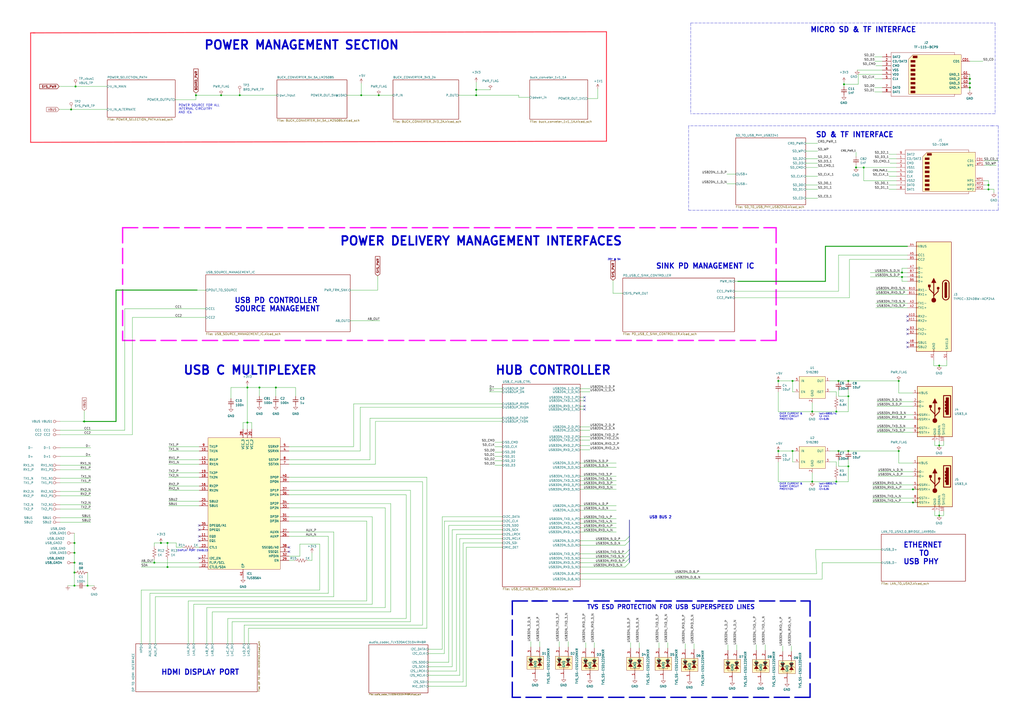
<source format=kicad_sch>
(kicad_sch (version 20211123) (generator eeschema)
  (paper "A2")
  (title_block (title "USB HUB ") (date "2022-08-30") (rev "1.0") (company "N/A") (comment 2 "Reviewed by: ") (comment 3 "Designer by: Robert Mutura"))
  (junction (at 485.14 279.4))
  (junction (at 486.41 220.98))
  (junction (at 544.83 299.085))
  (junction (at 486.41 261.62))
  (junction (at 521.335 261.62))
  (junction (at 48.895 244.475))
  (junction (at 459.74 261.62))
  (junction (at 573.405 109.855))
  (junction (at 43.815 50.165))
  (junction (at 43.18 320.675))
  (junction (at 471.17 279.4))
  (junction (at 143.51 224.79))
  (junction (at 276.225 55.245))
  (junction (at 459.74 220.98))
  (junction (at 43.18 339.725))
  (junction (at 544.83 258.445))
  (junction (at 562.61 45.72))
  (junction (at 93.345 314.96))
  (junction (at 501.015 97.155))
  (junction (at 523.24 158.115))
  (junction (at 209.55 55.245))
  (junction (at 150.495 224.79))
  (junction (at 471.17 238.76))
  (junction (at 451.485 261.62))
  (junction (at 523.24 160.655))
  (junction (at 492.125 261.62))
  (junction (at 97.155 328.93))
  (junction (at 128.27 55.245))
  (junction (at 143.51 245.11))
  (junction (at 219.71 55.245))
  (junction (at 573.405 107.315))
  (junction (at 489.585 48.895))
  (junction (at 492.125 270.51))
  (junction (at 492.125 220.98))
  (junction (at 89.535 326.39))
  (junction (at 50.8 339.725))
  (junction (at 43.18 326.39))
  (junction (at 451.485 220.98))
  (junction (at 485.14 238.76))
  (junction (at 521.335 220.98))
  (junction (at 113.665 55.245))
  (junction (at 43.18 332.105))
  (junction (at 529.59 291.465))
  (junction (at 43.18 314.96))
  (junction (at 97.155 314.96))
  (junction (at 496.57 97.155))
  (junction (at 276.225 52.07))
  (junction (at 562.61 50.8))
  (junction (at 41.275 63.5))
  (junction (at 139.065 55.245))
  (junction (at 492.125 229.87))
  (junction (at 160.02 224.79))
  (junction (at 529.59 283.845))
  (junction (at 562.61 48.26))
  (junction (at 544.83 212.09))
  (no_connect (at 339.09 232.41))
  (no_connect (at 339.09 235.585))
  (no_connect (at 115.57 313.69))
  (no_connect (at 115.57 304.8))
  (no_connect (at 115.57 307.34))
  (no_connect (at 115.57 311.15))
  (no_connect (at 115.57 323.85))
  (no_connect (at 167.64 317.5))
  (no_connect (at 167.64 320.04))
  (no_connect (at 526.415 186.055))
  (no_connect (at 526.415 183.515))
  (no_connect (at 526.415 191.135))
  (no_connect (at 526.415 198.755))
  (no_connect (at 526.415 193.675))
  (no_connect (at 526.415 201.295))
  (no_connect (at 339.09 237.49))
  (no_connect (at 339.09 230.505))
  (bus_entry (at 362.585 316.23) (size 2.54 -2.54))
  (bus_entry (at 362.585 313.69) (size 2.54 -2.54))
  (bus_entry (at 362.585 328.93) (size 2.54 -2.54))
  (bus_entry (at 362.585 326.39) (size 2.54 -2.54))
  (bus_entry (at 362.585 321.31) (size 2.54 -2.54))
  (bus_entry (at 362.585 323.85) (size 2.54 -2.54))
  (wire (pts (xy 523.24 163.195) (xy 523.24 160.655)))
  (wire (pts (xy 570.865 107.315) (xy 573.405 107.315)))
  (wire (pts (xy 123.19 354.965) (xy 226.695 354.965)))
  (wire (pts (xy 266.065 55.245) (xy 276.225 55.245)))
  (wire (pts (xy 248.285 384.175) (xy 260.35 384.175)))
  (wire (pts (xy 34.29 50.165) (xy 43.815 50.165)))
  (wire (pts (xy 497.84 43.18) (xy 511.81 43.18)))
  (wire (pts (xy 146.05 248.92) (xy 146.05 245.11)))
  (wire (pts (xy 276.225 52.07) (xy 276.225 55.245)))
  (wire (pts (xy 205.105 234.315) (xy 291.465 234.315)))
  (polyline (pts (xy 575.31 73.025) (xy 579.12 73.025)))
  (wire (pts (xy 336.55 249.555) (xy 342.265 249.555)))
  (wire (pts (xy 214.63 242.57) (xy 291.465 242.57)))
  (wire (pts (xy 257.81 302.26) (xy 291.465 302.26)))
  (wire (pts (xy 576.58 109.855) (xy 576.58 111.76)))
  (wire (pts (xy 526.415 163.195) (xy 523.24 163.195)))
  (wire (pts (xy 115.57 269.24) (xy 97.79 269.24)))
  (bus (pts (xy 365.125 311.15) (xy 365.125 301.625)))
  (wire (pts (xy 34.925 280.035) (xy 52.705 280.035)))
  (wire (pts (xy 542.29 299.085) (xy 544.83 299.085)))
  (wire (pts (xy 34.925 269.875) (xy 52.705 269.875)))
  (wire (pts (xy 547.37 258.445) (xy 547.37 255.905)))
  (wire (pts (xy 492.125 226.06) (xy 492.125 229.87)))
  (wire (pts (xy 41.275 63.5) (xy 62.23 63.5)))
  (wire (pts (xy 248.285 376.555) (xy 256.54 376.555)))
  (wire (pts (xy 167.64 261.62) (xy 208.915 261.62)))
  (wire (pts (xy 496.57 95.885) (xy 496.57 97.155)))
  (wire (pts (xy 570.865 109.855) (xy 573.405 109.855)))
  (wire (pts (xy 185.42 342.265) (xy 185.42 315.595)))
  (wire (pts (xy 86.995 344.17) (xy 190.5 344.17)))
  (wire (pts (xy 467.36 87.63) (xy 474.345 87.63)))
  (wire (pts (xy 573.405 109.855) (xy 576.58 109.855)))
  (wire (pts (xy 486.41 147.955) (xy 486.41 168.91)))
  (wire (pts (xy 97.155 328.93) (xy 115.57 328.93)))
  (wire (pts (xy 115.57 284.48) (xy 97.79 284.48)))
  (wire (pts (xy 113.665 55.245) (xy 113.665 57.785)))
  (wire (pts (xy 573.405 107.315) (xy 573.405 109.855)))
  (wire (pts (xy 451.485 227.33) (xy 451.485 238.76)))
  (wire (pts (xy 506.095 291.465) (xy 529.59 291.465)))
  (wire (pts (xy 336.55 303.53) (xy 357.505 303.53)))
  (wire (pts (xy 112.395 350.52) (xy 215.9 350.52)))
  (wire (pts (xy 562.61 45.72) (xy 562.61 48.26)))
  (wire (pts (xy 471.17 279.4) (xy 485.14 279.4)))
  (wire (pts (xy 542.29 258.445) (xy 544.83 258.445)))
  (wire (pts (xy 203.2 168.275) (xy 219.075 168.275)))
  (wire (pts (xy 43.815 50.165) (xy 62.23 50.165)))
  (wire (pts (xy 235.585 287.02) (xy 167.64 287.02)))
  (wire (pts (xy 497.84 43.18) (xy 497.84 48.895)))
  (wire (pts (xy 106.045 317.5) (xy 102.235 317.5)))
  (wire (pts (xy 245.11 362.585) (xy 245.11 279.4)))
  (wire (pts (xy 201.295 55.245) (xy 209.55 55.245)))
  (wire (pts (xy 521.335 268.605) (xy 521.335 261.62)))
  (wire (pts (xy 521.335 227.965) (xy 529.59 227.965)))
  (wire (pts (xy 268.605 314.96) (xy 268.605 395.605)))
  (wire (pts (xy 361.315 170.18) (xy 355.6 170.18)))
  (wire (pts (xy 336.55 278.765) (xy 357.505 278.765)))
  (wire (pts (xy 287.02 262.255) (xy 291.465 262.255)))
  (wire (pts (xy 486.41 261.62) (xy 492.125 261.62)))
  (wire (pts (xy 511.81 38.1) (xy 508 38.1)))
  (bus (pts (xy 365.125 321.31) (xy 365.125 318.77)))
  (wire (pts (xy 497.84 48.895) (xy 489.585 48.895)))
  (wire (pts (xy 501.015 104.775) (xy 501.015 97.155)))
  (wire (pts (xy 143.51 223.52) (xy 143.51 224.79)))
  (wire (pts (xy 570.865 93.345) (xy 579.12 93.345)))
  (wire (pts (xy 81.915 342.265) (xy 185.42 342.265)))
  (wire (pts (xy 336.55 328.93) (xy 362.585 328.93)))
  (wire (pts (xy 486.41 229.87) (xy 492.125 229.87)))
  (wire (pts (xy 115.57 317.5) (xy 113.665 317.5)))
  (wire (pts (xy 459.74 261.62) (xy 461.01 261.62)))
  (wire (pts (xy 489.585 47.625) (xy 489.585 48.895)))
  (wire (pts (xy 256.54 299.72) (xy 291.465 299.72)))
  (wire (pts (xy 109.22 348.615) (xy 212.725 348.615)))
  (wire (pts (xy 336.55 306.07) (xy 357.505 306.07)))
  (wire (pts (xy 260.35 304.8) (xy 291.465 304.8)))
  (wire (pts (xy 508.635 250.825) (xy 529.59 250.825)))
  (wire (pts (xy 34.925 264.795) (xy 52.705 264.795)))
  (wire (pts (xy 50.8 339.725) (xy 54.61 339.725)))
  (wire (pts (xy 266.7 312.42) (xy 266.7 391.795)))
  (polyline (pts (xy 450.215 132.08) (xy 450.215 197.485)) (stroke (width 0.8) (type dash) (color 255 28 248 1)))
  (wire (pts (xy 140.97 245.11) (xy 143.51 245.11)))
  (wire (pts (xy 336.55 276.225) (xy 357.505 276.225)))
  (wire (pts (xy 268.605 314.96) (xy 291.465 314.96)))
  (wire (pts (xy 336.55 253.365) (xy 342.265 253.365)))
  (wire (pts (xy 115.57 281.94) (xy 97.79 281.94)))
  (wire (pts (xy 570.865 95.885) (xy 577.85 95.885)))
  (wire (pts (xy 443.865 374.015) (xy 443.865 377.19)))
  (wire (pts (xy 123.19 373.38) (xy 123.19 354.965)))
  (wire (pts (xy 329.565 372.11) (xy 329.565 375.285)))
  (wire (pts (xy 426.085 163.195) (xy 427.99 163.195)))
  (wire (pts (xy 336.55 230.505) (xy 339.09 230.505)))
  (wire (pts (xy 506.095 281.305) (xy 529.59 281.305)))
  (wire (pts (xy 336.55 235.585) (xy 339.09 235.585)))
  (wire (pts (xy 171.45 229.87) (xy 171.45 224.79)))
  (wire (pts (xy 492.125 266.7) (xy 492.125 270.51)))
  (wire (pts (xy 266.7 312.42) (xy 291.465 312.42)))
  (wire (pts (xy 235.585 358.775) (xy 235.585 287.02)))
  (wire (pts (xy 90.17 373.38) (xy 90.17 346.075)))
  (wire (pts (xy 365.76 372.745) (xy 365.76 375.92)))
  (wire (pts (xy 34.925 244.475) (xy 48.895 244.475)))
  (wire (pts (xy 238.125 284.48) (xy 238.125 360.68)))
  (wire (pts (xy 248.285 395.605) (xy 268.605 395.605)))
  (wire (pts (xy 97.155 324.485) (xy 97.155 328.93)))
  (wire (pts (xy 427.99 163.195) (xy 478.79 163.195)) (stroke (width 0.5)))
  (wire (pts (xy 300.99 56.515) (xy 307.34 56.515)))
  (wire (pts (xy 501.015 97.155) (xy 520.065 97.155)))
  (wire (pts (xy 451.485 238.76) (xy 471.17 238.76)))
  (wire (pts (xy 50.8 339.725) (xy 50.8 332.105)))
  (wire (pts (xy 76.835 184.15) (xy 119.38 184.15)))
  (wire (pts (xy 562.61 35.56) (xy 570.23 35.56)))
  (wire (pts (xy 34.925 300.355) (xy 52.705 300.355)))
  (wire (pts (xy 115.57 290.83) (xy 97.79 290.83)))
  (wire (pts (xy 523.24 158.115) (xy 504.825 158.115)))
  (wire (pts (xy 144.145 373.38) (xy 144.145 364.49)))
  (wire (pts (xy 49.53 339.725) (xy 50.8 339.725)))
  (wire (pts (xy 264.795 309.88) (xy 291.465 309.88)))
  (wire (pts (xy 336.55 321.31) (xy 362.585 321.31)))
  (wire (pts (xy 209.55 55.245) (xy 219.71 55.245)))
  (wire (pts (xy 515.62 109.855) (xy 520.065 109.855)))
  (polyline (pts (xy 577.215 66.04) (xy 400.685 66.04)))
  (wire (pts (xy 248.285 391.795) (xy 266.7 391.795)))
  (wire (pts (xy 515.62 107.315) (xy 520.065 107.315)))
  (wire (pts (xy 133.985 224.79) (xy 143.51 224.79)))
  (wire (pts (xy 120.015 352.425) (xy 223.52 352.425)))
  (wire (pts (xy 34.925 277.495) (xy 52.705 277.495)))
  (wire (pts (xy 144.145 364.49) (xy 247.65 364.49)))
  (wire (pts (xy 489.585 48.895) (xy 489.585 50.165)))
  (wire (pts (xy 544.83 212.09) (xy 549.275 212.09)))
  (wire (pts (xy 492.125 229.87) (xy 492.125 238.76)))
  (wire (pts (xy 307.975 372.11) (xy 307.975 375.285)))
  (wire (pts (xy 336.55 232.41) (xy 339.09 232.41)))
  (wire (pts (xy 541.655 208.915) (xy 541.655 212.09)))
  (wire (pts (xy 508.635 248.285) (xy 529.59 248.285)))
  (wire (pts (xy 461.01 227.33) (xy 459.74 227.33)))
  (wire (pts (xy 336.55 335.915) (xy 476.885 335.915)))
  (wire (pts (xy 459.74 267.97) (xy 459.74 261.62)))
  (wire (pts (xy 523.24 158.115) (xy 526.415 158.115)))
  (wire (pts (xy 247.65 276.86) (xy 247.65 364.49)))
  (wire (pts (xy 544.83 258.445) (xy 547.37 258.445)))
  (wire (pts (xy 336.55 237.49) (xy 339.09 237.49)))
  (wire (pts (xy 506.095 288.925) (xy 529.59 288.925)))
  (wire (pts (xy 219.075 160.02) (xy 219.075 168.275)))
  (wire (pts (xy 344.805 372.745) (xy 344.805 375.92)))
  (wire (pts (xy 260.35 304.8) (xy 260.35 384.175)))
  (bus (pts (xy 365.125 318.77) (xy 365.125 313.69)))
  (wire (pts (xy 139.065 55.245) (xy 160.655 55.245)))
  (wire (pts (xy 451.485 222.25) (xy 451.485 220.98)))
  (wire (pts (xy 526.415 170.815) (xy 508 170.815)))
  (wire (pts (xy 421.64 100.965) (xy 426.72 100.965)))
  (polyline (pts (xy 17.78 82.55) (xy 17.78 19.05)) (stroke (width 0.5) (type solid) (color 255 41 62 1)))
  (wire (pts (xy 485.14 267.97) (xy 485.14 270.51)))
  (wire (pts (xy 167.64 292.1) (xy 226.695 292.1)))
  (wire (pts (xy 34.925 272.415) (xy 52.705 272.415)))
  (wire (pts (xy 467.36 92.075) (xy 474.345 92.075)))
  (wire (pts (xy 402.59 373.38) (xy 402.59 376.555)))
  (wire (pts (xy 481.33 261.62) (xy 486.41 261.62)))
  (wire (pts (xy 459.74 227.33) (xy 459.74 220.98)))
  (wire (pts (xy 160.02 224.79) (xy 150.495 224.79)))
  (wire (pts (xy 486.41 147.955) (xy 526.415 147.955)))
  (wire (pts (xy 346.71 51.435) (xy 346.71 57.15)))
  (wire (pts (xy 336.55 308.61) (xy 357.505 308.61)))
  (polyline (pts (xy 297.18 404.495) (xy 297.18 348.615)) (stroke (width 0.8)))
  (wire (pts (xy 141.605 362.585) (xy 245.11 362.585)))
  (wire (pts (xy 34.925 302.895) (xy 52.705 302.895)))
  (wire (pts (xy 549.275 212.09) (xy 549.275 208.915)))
  (wire (pts (xy 421.64 106.68) (xy 426.72 106.68)))
  (wire (pts (xy 300.99 55.245) (xy 300.99 56.515)))
  (wire (pts (xy 48.26 244.475) (xy 48.895 244.475)) (stroke (width 0.5)))
  (polyline (pts (xy 71.12 132.08) (xy 71.12 197.485)) (stroke (width 0.8) (type dash) (color 255 28 248 1)))
  (polyline (pts (xy 450.215 197.485) (xy 71.12 197.485)) (stroke (width 0.8) (type dash) (color 255 28 248 1)))
  (wire (pts (xy 507.365 50.8) (xy 511.81 50.8)))
  (wire (pts (xy 496.57 88.265) (xy 496.57 90.805)))
  (polyline (pts (xy 297.18 348.615) (xy 314.96 348.615)) (stroke (width 0.8)))
  (wire (pts (xy 171.45 224.79) (xy 160.02 224.79)))
  (wire (pts (xy 542.29 255.905) (xy 542.29 258.445)))
  (wire (pts (xy 520.065 94.615) (xy 516.255 94.615)))
  (wire (pts (xy 115.57 276.86) (xy 97.79 276.86)))
  (wire (pts (xy 203.2 186.055) (xy 220.345 186.055)))
  (polyline (pts (xy 469.9 348.615) (xy 469.9 404.495)) (stroke (width 0.8)))
  (bus (pts (xy 365.125 313.69) (xy 365.125 311.15)))
  (wire (pts (xy 473.075 318.77) (xy 473.71 332.74)))
  (wire (pts (xy 115.57 266.7) (xy 97.79 266.7)))
  (wire (pts (xy 167.64 276.86) (xy 247.65 276.86)))
  (wire (pts (xy 467.36 114.935) (xy 474.345 114.935)))
  (wire (pts (xy 339.725 372.745) (xy 339.725 375.92)))
  (wire (pts (xy 544.83 299.085) (xy 547.37 299.085)))
  (wire (pts (xy 113.665 55.245) (xy 128.27 55.245)))
  (wire (pts (xy 291.465 259.08) (xy 287.02 259.08)))
  (wire (pts (xy 276.225 55.245) (xy 300.99 55.245)))
  (wire (pts (xy 508.635 243.205) (xy 529.59 243.205)))
  (wire (pts (xy 526.415 142.875) (xy 478.79 142.875)) (stroke (width 0.5)))
  (wire (pts (xy 485.14 227.33) (xy 485.14 229.87)))
  (wire (pts (xy 39.37 339.725) (xy 43.18 339.725)))
  (wire (pts (xy 248.285 389.255) (xy 264.795 389.255)))
  (wire (pts (xy 523.24 160.655) (xy 504.825 160.655)))
  (wire (pts (xy 219.71 55.245) (xy 227.965 55.245)))
  (wire (pts (xy 48.895 238.125) (xy 48.895 244.475)))
  (wire (pts (xy 529.59 283.845) (xy 532.765 283.845)))
  (wire (pts (xy 180.975 320.675) (xy 180.975 325.12)))
  (wire (pts (xy 508.635 233.045) (xy 529.59 233.045)))
  (wire (pts (xy 481.33 220.98) (xy 486.41 220.98)))
  (wire (pts (xy 34.925 252.095) (xy 76.835 252.095)))
  (wire (pts (xy 287.02 264.795) (xy 291.465 264.795)))
  (wire (pts (xy 508.635 235.585) (xy 529.59 235.585)))
  (wire (pts (xy 139.065 53.975) (xy 139.065 55.245)))
  (wire (pts (xy 102.235 314.96) (xy 97.155 314.96)))
  (wire (pts (xy 336.55 293.37) (xy 357.505 293.37)))
  (wire (pts (xy 212.725 302.26) (xy 167.64 302.26)))
  (wire (pts (xy 526.415 168.275) (xy 508 168.275)))
  (wire (pts (xy 451.485 279.4) (xy 471.17 279.4)))
  (wire (pts (xy 167.64 284.48) (xy 238.125 284.48)))
  (wire (pts (xy 48.895 244.475) (xy 67.31 244.475)) (stroke (width 0.5)))
  (wire (pts (xy 492.76 150.495) (xy 526.415 150.495)))
  (wire (pts (xy 520.065 89.535) (xy 515.62 89.535)))
  (wire (pts (xy 134.62 360.68) (xy 134.62 373.38)))
  (wire (pts (xy 173.99 315.595) (xy 185.42 315.595)))
  (wire (pts (xy 476.885 326.39) (xy 511.175 326.39)))
  (wire (pts (xy 208.915 236.22) (xy 291.465 236.22)))
  (wire (pts (xy 113.665 53.975) (xy 113.665 55.245)))
  (wire (pts (xy 336.55 323.85) (xy 362.585 323.85)))
  (wire (pts (xy 150.495 229.87) (xy 150.495 224.79)))
  (wire (pts (xy 81.915 328.93) (xy 97.155 328.93)))
  (wire (pts (xy 387.35 372.745) (xy 387.35 375.92)))
  (wire (pts (xy 461.01 267.97) (xy 459.74 267.97)))
  (wire (pts (xy 217.805 269.24) (xy 167.64 269.24)))
  (wire (pts (xy 167.64 266.7) (xy 214.63 266.7)))
  (wire (pts (xy 264.795 309.88) (xy 264.795 389.255)))
  (wire (pts (xy 336.55 283.845) (xy 357.505 283.845)))
  (wire (pts (xy 336.55 332.74) (xy 473.71 332.74)))
  (wire (pts (xy 167.64 311.15) (xy 190.5 311.15)))
  (wire (pts (xy 459.74 220.98) (xy 461.01 220.98)))
  (wire (pts (xy 481.33 267.97) (xy 485.14 267.97)))
  (wire (pts (xy 544.83 255.905) (xy 544.83 258.445)))
  (wire (pts (xy 248.285 386.715) (xy 262.255 386.715)))
  (polyline (pts (xy 575.945 73.025) (xy 399.415 73.025)))
  (wire (pts (xy 570.865 104.775) (xy 573.405 104.775)))
  (wire (pts (xy 520.065 102.235) (xy 515.62 102.235)))
  (wire (pts (xy 486.41 220.98) (xy 492.125 220.98)))
  (wire (pts (xy 492.76 172.72) (xy 492.76 150.495)))
  (wire (pts (xy 34.925 285.115) (xy 52.705 285.115)))
  (wire (pts (xy 34.925 295.275) (xy 52.705 295.275)))
  (wire (pts (xy 370.84 372.745) (xy 370.84 375.92)))
  (wire (pts (xy 190.5 344.17) (xy 190.5 311.15)))
  (wire (pts (xy 146.05 245.11) (xy 143.51 245.11)))
  (wire (pts (xy 81.915 326.39) (xy 89.535 326.39)))
  (wire (pts (xy 133.985 224.79) (xy 133.985 231.14)))
  (wire (pts (xy 492.125 261.62) (xy 521.335 261.62)))
  (wire (pts (xy 336.55 316.23) (xy 362.585 316.23)))
  (wire (pts (xy 291.465 267.335) (xy 287.02 267.335)))
  (wire (pts (xy 529.59 291.465) (xy 532.765 291.465)))
  (wire (pts (xy 520.065 104.775) (xy 501.015 104.775)))
  (wire (pts (xy 336.55 247.65) (xy 342.265 247.65)))
  (wire (pts (xy 562.61 50.8) (xy 562.61 52.705)))
  (polyline (pts (xy 308.61 348.615) (xy 469.9 348.615)) (stroke (width 0.8)))
  (wire (pts (xy 193.675 308.61) (xy 193.675 346.075)))
  (wire (pts (xy 471.17 233.68) (xy 471.17 238.76)))
  (wire (pts (xy 276.225 52.07) (xy 284.48 52.07)))
  (wire (pts (xy 34.925 292.735) (xy 52.705 292.735)))
  (polyline (pts (xy 17.78 19.05) (xy 20.32 19.05)) (stroke (width 0.5) (type solid) (color 255 41 62 1)))
  (wire (pts (xy 67.31 168.275) (xy 114.3 168.275)) (stroke (width 0.5)))
  (wire (pts (xy 324.485 372.11) (xy 324.485 375.285)))
  (wire (pts (xy 270.51 317.5) (xy 270.51 398.145)))
  (wire (pts (xy 497.205 40.64) (xy 511.81 40.64)))
  (wire (pts (xy 43.18 309.245) (xy 43.18 314.96)))
  (wire (pts (xy 521.335 220.98) (xy 521.335 227.965)))
  (wire (pts (xy 336.55 260.985) (xy 342.265 260.985)))
  (wire (pts (xy 507.365 35.56) (xy 511.81 35.56)))
  (wire (pts (xy 542.29 296.545) (xy 542.29 299.085)))
  (polyline (pts (xy 400.685 13.335) (xy 577.215 13.335)))
  (wire (pts (xy 523.24 160.655) (xy 526.415 160.655)))
  (wire (pts (xy 115.57 261.62) (xy 97.79 261.62)))
  (wire (pts (xy 336.55 326.39) (xy 362.585 326.39)))
  (wire (pts (xy 459.105 374.65) (xy 459.105 377.825)))
  (wire (pts (xy 112.395 373.38) (xy 112.395 350.52)))
  (wire (pts (xy 471.17 274.32) (xy 471.17 279.4)))
  (wire (pts (xy 109.22 373.38) (xy 109.22 348.615)))
  (wire (pts (xy 562.61 43.18) (xy 562.61 45.72)))
  (wire (pts (xy 67.31 244.475) (xy 67.31 168.275)) (stroke (width 0.5)))
  (wire (pts (xy 140.97 248.92) (xy 140.97 245.11)))
  (wire (pts (xy 167.64 325.12) (xy 170.815 325.12)))
  (wire (pts (xy 43.18 332.105) (xy 43.18 339.725)))
  (wire (pts (xy 262.255 307.34) (xy 291.465 307.34)))
  (polyline (pts (xy 579.12 121.92) (xy 579.12 91.44)))
  (wire (pts (xy 248.285 398.145) (xy 270.51 398.145)))
  (wire (pts (xy 173.99 322.58) (xy 173.99 315.595)))
  (wire (pts (xy 336.55 258.445) (xy 342.265 258.445)))
  (wire (pts (xy 209.55 48.26) (xy 209.55 55.245)))
  (wire (pts (xy 115.57 259.08) (xy 97.79 259.08)))
  (wire (pts (xy 492.125 238.76) (xy 485.14 238.76)))
  (wire (pts (xy 217.805 244.475) (xy 217.805 269.24)))
  (wire (pts (xy 205.105 234.315) (xy 205.105 259.08)))
  (wire (pts (xy 336.55 268.605) (xy 357.505 268.605)))
  (wire (pts (xy 226.695 292.1) (xy 226.695 354.965)))
  (wire (pts (xy 89.535 316.865) (xy 89.535 314.96)))
  (wire (pts (xy 97.155 314.96) (xy 97.155 316.865)))
  (wire (pts (xy 270.51 317.5) (xy 291.465 317.5)))
  (wire (pts (xy 509.27 276.225) (xy 529.59 276.225)))
  (wire (pts (xy 541.655 212.09) (xy 544.83 212.09)))
  (wire (pts (xy 523.24 155.575) (xy 523.24 158.115)))
  (wire (pts (xy 427.355 374.015) (xy 427.355 377.19)))
  (wire (pts (xy 496.57 97.155) (xy 501.015 97.155)))
  (wire (pts (xy 256.54 299.72) (xy 256.54 376.555)))
  (wire (pts (xy 336.55 225.425) (xy 342.265 225.425)))
  (polyline (pts (xy 469.9 404.495) (xy 297.18 404.495)) (stroke (width 0.8)))
  (wire (pts (xy 34.925 249.555) (xy 72.39 249.555)))
  (wire (pts (xy 89.535 326.39) (xy 115.57 326.39)))
  (wire (pts (xy 287.02 256.54) (xy 291.465 256.54)))
  (wire (pts (xy 515.62 92.075) (xy 520.065 92.075)))
  (wire (pts (xy 467.36 102.235) (xy 474.345 102.235)))
  (wire (pts (xy 507.365 53.34) (xy 511.81 53.34)))
  (wire (pts (xy 486.41 168.91) (xy 426.085 168.91)))
  (wire (pts (xy 486.41 266.7) (xy 486.41 270.51)))
  (wire (pts (xy 128.27 55.245) (xy 139.065 55.245)))
  (polyline (pts (xy 351.79 18.415) (xy 351.79 81.915)) (stroke (width 0.5) (type solid) (color 255 41 62 1)))
  (wire (pts (xy 355.6 162.56) (xy 355.6 170.18)))
  (wire (pts (xy 485.14 279.4) (xy 485.14 278.13)))
  (wire (pts (xy 160.02 229.87) (xy 160.02 224.79)))
  (wire (pts (xy 481.33 227.33) (xy 485.14 227.33)))
  (wire (pts (xy 562.61 48.26) (xy 562.61 50.8)))
  (wire (pts (xy 492.125 279.4) (xy 485.14 279.4)))
  (wire (pts (xy 143.51 224.79) (xy 143.51 245.11)))
  (wire (pts (xy 101.6 57.785) (xy 113.665 57.785)))
  (bus (pts (xy 365.125 326.39) (xy 365.125 323.85)))
  (wire (pts (xy 132.08 358.775) (xy 235.585 358.775)))
  (wire (pts (xy 454.025 374.65) (xy 454.025 377.825)))
  (wire (pts (xy 276.225 47.625) (xy 276.225 52.07)))
  (wire (pts (xy 547.37 299.085) (xy 547.37 296.545)))
  (polyline (pts (xy 71.12 132.08) (xy 450.215 132.08)) (stroke (width 0.8) (type dash) (color 255 28 248 1)))
  (wire (pts (xy 438.785 374.015) (xy 438.785 377.19)))
  (wire (pts (xy 529.59 268.605) (xy 521.335 268.605)))
  (wire (pts (xy 34.29 63.5) (xy 41.275 63.5)))
  (polyline (pts (xy 577.215 13.335) (xy 577.215 66.04)))
  (wire (pts (xy 573.405 104.775) (xy 573.405 107.315)))
  (wire (pts (xy 167.64 308.61) (xy 193.675 308.61)))
  (polyline (pts (xy 400.685 13.335) (xy 400.685 66.04)))
  (wire (pts (xy 291.465 227.33) (xy 283.845 227.33)))
  (wire (pts (xy 291.465 225.425) (xy 283.845 225.425)))
  (wire (pts (xy 205.105 259.08) (xy 167.64 259.08)))
  (wire (pts (xy 382.27 372.745) (xy 382.27 375.92)))
  (wire (pts (xy 336.55 281.305) (xy 357.505 281.305)))
  (wire (pts (xy 422.275 374.015) (xy 422.275 377.19)))
  (wire (pts (xy 167.64 299.72) (xy 215.9 299.72)))
  (wire (pts (xy 336.55 227.33) (xy 342.265 227.33)))
  (wire (pts (xy 486.41 270.51) (xy 492.125 270.51)))
  (wire (pts (xy 89.535 314.96) (xy 93.345 314.96)))
  (wire (pts (xy 492.125 220.98) (xy 521.335 220.98)))
  (wire (pts (xy 467.36 109.855) (xy 474.345 109.855)))
  (wire (pts (xy 336.55 313.69) (xy 362.585 313.69)))
  (wire (pts (xy 72.39 249.555) (xy 72.39 179.07)))
  (wire (pts (xy 167.64 322.58) (xy 173.99 322.58)))
  (wire (pts (xy 34.925 287.655) (xy 52.705 287.655)))
  (wire (pts (xy 178.435 325.12) (xy 180.975 325.12)))
  (wire (pts (xy 471.17 238.76) (xy 485.14 238.76)))
  (wire (pts (xy 336.55 300.99) (xy 357.505 300.99)))
  (wire (pts (xy 115.57 293.37) (xy 97.79 293.37)))
  (wire (pts (xy 485.14 238.76) (xy 485.14 237.49)))
  (wire (pts (xy 93.345 314.96) (xy 97.155 314.96)))
  (polyline (pts (xy 19.05 19.05) (xy 351.79 18.415)) (stroke (width 0.5) (type solid) (color 255 41 62 1)))
  (polyline (pts (xy 399.415 73.025) (xy 399.415 121.92)))
  (wire (pts (xy 34.925 259.715) (xy 52.705 259.715)))
  (wire (pts (xy 467.36 107.315) (xy 474.345 107.315)))
  (wire (pts (xy 509.27 273.685) (xy 529.59 273.685)))
  (polyline (pts (xy 351.79 81.915) (xy 17.78 82.55)) (stroke (width 0.5) (type solid) (color 255 41 62 1)))
  (wire (pts (xy 143.51 245.11) (xy 143.51 248.92)))
  (wire (pts (xy 223.52 352.425) (xy 223.52 294.64)))
  (wire (pts (xy 467.36 83.185) (xy 474.345 83.185)))
  (wire (pts (xy 336.55 271.145) (xy 357.505 271.145)))
  (wire (pts (xy 208.915 261.62) (xy 208.915 236.22)))
  (wire (pts (xy 467.36 94.615) (xy 474.345 94.615)))
  (wire (pts (xy 340.995 57.15) (xy 346.71 57.15)))
  (wire (pts (xy 81.915 373.38) (xy 81.915 342.265)))
  (wire (pts (xy 43.18 320.675) (xy 43.18 326.39)))
  (wire (pts (xy 114.3 168.275) (xy 119.38 168.275)))
  (wire (pts (xy 451.485 220.98) (xy 459.74 220.98)))
  (wire (pts (xy 134.62 360.68) (xy 238.125 360.68)))
  (wire (pts (xy 287.02 269.875) (xy 291.465 269.875)))
  (wire (pts (xy 120.015 373.38) (xy 120.015 352.425)))
  (wire (pts (xy 313.055 372.11) (xy 313.055 375.285)))
  (wire (pts (xy 511.81 33.02) (xy 507.365 33.02)))
  (wire (pts (xy 451.485 261.62) (xy 459.74 261.62)))
  (wire (pts (xy 506.095 283.845) (xy 529.59 283.845)))
  (wire (pts (xy 43.18 339.725) (xy 44.45 339.725)))
  (wire (pts (xy 467.36 97.155) (xy 474.345 97.155)))
  (wire (pts (xy 102.235 317.5) (xy 102.235 314.96)))
  (wire (pts (xy 141.605 373.38) (xy 141.605 362.585)))
  (polyline (pts (xy 579.12 73.025) (xy 579.12 91.44)))
  (wire (pts (xy 336.55 255.27) (xy 342.265 255.27)))
  (wire (pts (xy 215.9 299.72) (xy 215.9 350.52)))
  (wire (pts (xy 492.125 270.51) (xy 492.125 279.4)))
  (wire (pts (xy 115.57 274.32) (xy 97.79 274.32)))
  (wire (pts (xy 257.81 302.26) (xy 257.81 379.095)))
  (wire (pts (xy 248.285 379.095) (xy 257.81 379.095)))
  (wire (pts (xy 43.18 314.96) (xy 43.18 320.675)))
  (polyline (pts (xy 579.12 91.44) (xy 579.12 91.44)))
  (wire (pts (xy 212.725 348.615) (xy 212.725 302.26)))
  (wire (pts (xy 478.79 142.875) (xy 478.79 163.195)) (stroke (width 0.5)))
  (wire (pts (xy 544.83 296.545) (xy 544.83 299.085)))
  (wire (pts (xy 486.41 226.06) (xy 486.41 229.87)))
  (wire (pts (xy 72.39 179.07) (xy 119.38 179.07)))
  (wire (pts (xy 89.535 324.485) (xy 89.535 326.39)))
  (wire (pts (xy 86.995 373.38) (xy 86.995 344.17)))
  (wire (pts (xy 214.63 266.7) (xy 214.63 242.57)))
  (wire (pts (xy 508.635 240.665) (xy 529.59 240.665)))
  (wire (pts (xy 451.485 262.89) (xy 451.485 261.62)))
  (wire (pts (xy 526.415 155.575) (xy 523.24 155.575)))
  (wire (pts (xy 476.885 335.915) (xy 476.885 326.39)))
  (wire (pts (xy 473.075 318.77) (xy 511.175 318.77)))
  (wire (pts (xy 526.415 178.435) (xy 508 178.435)))
  (wire (pts (xy 217.805 244.475) (xy 291.465 244.475)))
  (wire (pts (xy 167.64 294.64) (xy 223.52 294.64)))
  (wire (pts (xy 245.11 279.4) (xy 167.64 279.4)))
  (wire (pts (xy 526.415 175.895) (xy 508 175.895)))
  (wire (pts (xy 132.08 373.38) (xy 132.08 358.775)))
  (wire (pts (xy 90.17 346.075) (xy 193.675 346.075)))
  (wire (pts (xy 150.495 224.79) (xy 143.51 224.79)))
  (wire (pts (xy 76.835 184.15) (xy 76.835 252.095)))
  (wire (pts (xy 336.55 295.91) (xy 357.505 295.91)))
  (bus (pts (xy 365.125 323.85) (xy 365.125 321.31)))
  (wire (pts (xy 43.18 326.39) (xy 43.18 332.105)))
  (wire (pts (xy 426.085 172.72) (xy 492.76 172.72)))
  (wire (pts (xy 507.365 45.72) (xy 511.81 45.72)))
  (wire (pts (xy 451.485 267.97) (xy 451.485 279.4)))
  (wire (pts (xy 520.065 99.695) (xy 514.985 99.695)))
  (wire (pts (xy 397.51 373.38) (xy 397.51 376.555)))
  (wire (pts (xy 262.255 307.34) (xy 262.255 386.715)))
  (polyline (pts (xy 399.415 121.92) (xy 579.12 121.92)))
  (text "Iset=6800/rs\n1A limit\nr2=6.8k" (at 474.98 243.84 0) (effects (font (size 0.9906 0.9906)) (justify left bottom)))
  (text "USB BUS 2\n" (at 376.555 300.99 0) (effects (font (size 1.5 1.5) (thickness 0.3) bold) (justify left bottom)))
  (text "ETHERNET \n    TO\nUSB PHY" (at 523.875 327.66 0) (effects (font (size 3 3) (thickness 0.6) bold) (justify left bottom)))
  (text "MICRO SD & TF INTERFACE" (at 469.9 19.05 0) (effects (font (size 3 3) (thickness 0.6) bold) (justify left bottom)))
  (text "DIAPLAY PORT ENABLED" (at 102.87 320.04 0) (effects (font (size 1 1)) (justify left bottom)))
  (text "SINK PD MANAGEMENT IC" (at 380.365 156.21 0) (effects (font (size 3 3) bold) (justify left bottom)))
  (text "Iset=6800/rs\n1A limit\nr2=6.8k" (at 474.98 284.48 0) (effects (font (size 0.9906 0.9906)) (justify left bottom)))
  (text "POWER MANAGEMENT SECTION" (at 118.11 29.21 0) (effects (font (size 5 5) bold) (justify left bottom)))
  (text "POWER SOURCE FOR ALL\nINTERNAL CIRCUITRY\nAND ICs" (at 103.505 66.04 0) (effects (font (size 1.27 1.27)) (justify left bottom)))
  (text "USB PD CONTROLLER\nSOURCE MANAGEMENT" (at 135.89 180.975 0) (effects (font (size 3 3) bold) (justify left bottom)))
  (text "POWER DELIVERY MANAGEMENT INTERFACES" (at 196.85 142.875 0) (effects (font (size 5 5) bold) (justify left bottom)))
  (text "OVER CURRENT &\nSHORT CIRCUIT \nPROTETION" (at 452.12 284.48 0) (effects (font (size 0.9906 0.9906)) (justify left bottom)))
  (text "20V @ 5A" (at 352.425 151.13 0) (effects (font (size 1 1) bold) (justify left bottom)))
  (text "USB C MULTIPLEXER" (at 106.045 217.805 0) (effects (font (size 5 5) bold) (justify left bottom)))
  (text "TVS ESD PROTECTION FOR USB SUPERSPEED LINES" (at 340.36 353.695 0) (effects (font (size 2.5 2.5) bold) (justify left bottom)))
  (text "HUB CONTROLLER" (at 287.02 217.805 0) (effects (font (size 5 5) bold) (justify left bottom)))
  (text "HDMI DISPLAY PORT" (at 93.345 391.795 0) (effects (font (size 3 3) bold) (justify left bottom)))
  (text "OVER CURRENT &\nSHORT CIRCUIT \nPROTETION" (at 452.12 243.84 0) (effects (font (size 0.9906 0.9906)) (justify left bottom)))
  (text "SD & TF INTERFACE" (at 473.075 80.01 0) (effects (font (size 3 3) (thickness 0.6) bold) (justify left bottom)))
  (label "SBU1" (at 52.705 300.355 180))
  (label "USB3DN_RXD_4_N" (at 506.095 281.305 0))
  (label "SD_D1" (at 507.365 53.34 180))
  (label "SD_CMD" (at 508 38.1 180))
  (label "SD_CLK" (at 287.02 259.08 180))
  (label "D-" (at 52.705 259.715 180))
  (label "RX2_P" (at 52.705 287.655 180))
  (label "USB3DN_RXD_3_P" (at 339.725 372.745 90))
  (label "RX1_N" (at 52.705 269.875 180))
  (label "USB3DN_RXD_3_P" (at 508.635 243.205 0))
  (label "USB3DN_RXD_3_P" (at 338.455 281.305 0))
  (label "SD_D2" (at 287.02 267.335 180))
  (label "RX2_P" (at 97.79 281.94 0))
  (label "SDA" (at 81.915 328.93 0))
  (label "USB3DN_TXD_5_N" (at 387.35 372.745 90))
  (label "D+" (at 52.705 264.795 180))
  (label "USB3DN_RXD_5_N" (at 525.145 168.275 180))
  (label "CRD_PWR_1" (at 474.345 83.185 0))
  (label "USB3DN_RXD_5_N" (at 402.59 373.38 90))
  (label "USB3DN_RXD_5_N" (at 344.17 328.93 0))
  (label "USB3DN_RXD_4_N" (at 338.455 308.61 0))
  (label "USB3DN_RXD_2_N" (at 342.265 260.985 0))
  (label "USB3DN_RXD_4_P" (at 506.095 283.845 0))
  (label "SD_D0_1" (at 515.62 107.315 180))
  (label "USB3DN_TXD_5_P" (at 345.44 321.31 0))
  (label "CRD_PWR_1" (at 514.985 99.695 180) (effects (font (size 1 1))))
  (label "AUX_P" (at 183.515 308.61 180))
  (label "USB3DN_3_D_P" (at 313.055 372.11 90))
  (label "CRD_PWR_1" (at 496.57 88.265 180) (effects (font (size 1 1))))
  (label "RX1_P" (at 52.705 272.415 180))
  (label "USB3DN_4_D_P" (at 422.275 374.015 90))
  (label "USB3DN_5_D_N" (at 521.97 158.115 180))
  (label "SD_CD" (at 570.23 35.56 0))
  (label "SBU2" (at 52.705 302.895 180))
  (label "CC2" (at 52.705 252.095 180))
  (label "USB3DN_5_D_P" (at 345.44 313.69 0))
  (label "SD_CMD" (at 287.02 256.54 180))
  (label "USB3DN_TXD_3_N" (at 338.455 278.765 0))
  (label "TX2_P" (at 97.79 274.32 0))
  (label "USB2DN_1_D_N" (at 342.265 227.33 0))
  (label "USB3DN_TXD_3_P" (at 508.635 250.825 0))
  (label "USB3DN_TXD_4_N" (at 506.095 288.925 0))
  (label "USB2DN_2_D_P" (at 342.265 247.65 0))
  (label "USB3DN_TXD_5_N" (at 345.44 323.85 0))
  (label "SD_D0_1" (at 474.345 107.315 0))
  (label "SBU2" (at 97.79 290.83 0))
  (label "RX1_N" (at 97.79 269.24 0))
  (label "USB3DN_TXD_4_P" (at 438.785 374.015 90))
  (label "USB2DN_2_D_N" (at 342.265 249.555 0))
  (label "AB_OUT" (at 220.345 186.055 180))
  (label "USB3DN_5_D_P" (at 365.76 372.745 90))
  (label "USB3DN_RXD_2_P" (at 342.265 258.445 0))
  (label "USB3DN_5_D_N" (at 345.44 316.23 0))
  (label "SD_D3_1" (at 474.345 94.615 0))
  (label "SD_D1_1" (at 515.62 109.855 180))
  (label "USB3DN_TXD_4_N" (at 338.455 303.53 0))
  (label "USB3DN_4_D_N" (at 509.27 273.685 0))
  (label "TX1_P" (at 52.705 280.035 180))
  (label "SD_D0" (at 287.02 262.255 180))
  (label "SD_D2_1" (at 474.345 92.075 0))
  (label "USB2DN_D_6_P" (at 391.16 332.74 0))
  (label "USB3DN_RXD_3_N" (at 344.805 372.745 90))
  (label "USB3DN_RXD_4_P" (at 454.025 374.65 90))
  (label "SD_CLK_1" (at 515.62 102.235 180))
  (label "CC1" (at 52.705 249.555 180))
  (label "USB3DN_3_D_N" (at 508.635 233.045 0))
  (label "USB3DN_TXD_5_P" (at 382.27 372.745 90))
  (label "SD_D0" (at 507.365 50.8 180))
  (label "USB3DN_TXD_3_N" (at 508.635 248.285 0))
  (label "USB2DN_1_D_P" (at 342.265 225.425 0))
  (label "TX2_P" (at 52.705 295.275 180))
  (label "USB3DN_TXD_4_P" (at 338.455 300.99 0))
  (label "SD_D3" (at 287.02 269.875 180))
  (label "SD_D3" (at 507.365 35.56 180))
  (label "SD_CLK_1" (at 474.345 102.235 0))
  (label "USB3DN_TXD_5_N" (at 525.145 175.895 180))
  (label "TX1_N" (at 52.705 277.495 180))
  (label "CC2" (at 101.6 184.15 0))
  (label "USB3DN_4_D_P" (at 338.455 293.37 0))
  (label "D-" (at 283.845 227.33 0))
  (label "USB2DN_1_D_P" (at 421.64 100.965 180))
  (label "USB3DN_TXD_2_P" (at 342.265 253.365 0))
  (label "USB3DN_TXD_4_N" (at 443.865 374.015 90))
  (label "TX1_P" (at 97.79 259.08 0))
  (label "RX1_P" (at 97.79 266.7 0))
  (label "SD_WP" (at 474.345 87.63 0))
  (label "SD_D2" (at 507.365 33.02 180))
  (label "USB3DN_RXD_3_N" (at 508.635 240.665 0))
  (label "USB3DN_TXD_2_N" (at 342.265 255.27 0))
  (label "SBU1" (at 97.79 293.37 0))
  (label "SD_CD_1" (at 474.345 114.935 0))
  (label "USB3DN_4_D_N" (at 427.355 374.015 90))
  (label "SD_D3_1" (at 515.62 92.075 180))
  (label "AB_OUT" (at 81.915 326.39 0))
  (label "SD_CMD_1" (at 474.345 97.155 0))
  (label "USB3DN_5_D_N" (at 370.84 372.745 90))
  (label "USB3DN_TXD_3_P" (at 324.485 372.11 90))
  (label "USB3DN_RXD_4_P" (at 338.455 306.07 0))
  (label "SD_CMD_1" (at 516.255 94.615 180))
  (label "TX1_N" (at 97.79 261.62 0))
  (label "USB3DN_3_D_N" (at 307.975 372.11 90))
  (label "SD_WP" (at 577.85 95.885 180))
  (label "SD_D1" (at 287.02 264.795 180))
  (label "USB3DN_5_D_P" (at 521.97 160.655 180))
  (label "USB3DN_RXD_4_N" (at 459.105 374.65 90))
  (label "RX2_N" (at 52.705 285.115 180))
  (label "D+" (at 283.845 225.425 0))
  (label "USB3DN_3_D_P" (at 338.455 268.605 0))
  (label "SD_D1_1" (at 474.345 109.855 0))
  (label "USB3DN_TXD_3_P" (at 338.455 276.225 0))
  (label "USB2DN_D_6_N" (at 391.795 335.915 0))
  (label "TX2_N" (at 52.705 292.735 180))
  (label "USB3DN_TXD_4_P" (at 506.095 291.465 0))
  (label "USB3DN_RXD_5_P" (at 397.51 373.38 90))
  (label "SD_CD_1" (at 579.12 93.345 180))
  (label "USB3DN_RXD_5_P" (at 345.44 326.39 0))
  (label "USB3DN_RXD_5_P" (at 525.145 170.815 180))
  (label "RX2_N" (at 97.79 284.48 0))
  (label "USB3DN_4_D_N" (at 338.455 295.91 0))
  (label "USB2DN_1_D_N" (at 421.64 106.68 180))
  (label "SD_D2_1" (at 515.62 89.535 180))
  (label "USB3DN_TXD_5_P" (at 525.145 178.435 180))
  (label "CC1" (at 101.6 179.07 0))
  (label "USB3DN_4_D_P" (at 509.27 276.225 0))
  (label "USB3DN_RXD_3_N" (at 338.455 283.845 0))
  (label "AUX_N" (at 183.515 311.15 180))
  (label "TX2_N" (at 97.79 276.86 0))
  (label "USB3DN_3_D_P" (at 508.635 235.585 0))
  (label "SD_CLK" (at 507.365 45.72 180))
  (label "USB3DN_TXD_3_N" (at 329.565 372.11 90))
  (label "USB3DN_3_D_N" (at 338.455 271.145 0))
  (global_label "BOARD_PWR" (shape input) (at 113.665 53.975 90) (effects (font bold)) (property "Intersheet References" "${INTERSHEET_REFS}" (effects hide)))
  (global_label "SYS_PWR" (shape input) (at 355.6 162.56 90) (effects (font bold)) (property "Intersheet References" "${INTERSHEET_REFS}" (effects hide)))
  (global_label "SYS_PWR" (shape input) (at 219.075 160.02 90) (effects (font bold)) (property "Intersheet References" "${INTERSHEET_REFS}" (effects hide)))
  (global_label "VBUS" (shape input) (at 34.29 63.5 180) (property "Intersheet References" "${INTERSHEET_REFS}" (effects hide)))
  (global_label "VBUS" (shape input) (at 48.895 238.125 90) (property "Intersheet References" "${INTERSHEET_REFS}" (effects hide)))
  (global_label "SYS_PWR" (shape input) (at 34.29 50.165 180) (effects (font bold)) (property "Intersheet References" "${INTERSHEET_REFS}" (effects hide)))
  (symbol (lib_id "Connector:USB3_A") (at 542.29 238.125 0) (mirror y) (unit 1)
    (property "Reference" "J4" (at 553.72 237.4899 0) (effects (justify right)))
    (property "Value" "USB3_A" (at 553.72 240.0299 0) (effects (justify right)))
    (property "Footprint" "greencharge-footprints:usb_A_3.0_U231091N3GRC105" (effects hide))
  )
  (symbol (lib_id "Connector:TestPoint") (at 43.18 314.96 90) (unit 1)
    (property "Reference" "USB_GND2" (at 31.115 314.96 90))
    (property "Value" "USB_GND2" (at 32.385 312.42 90))
    (property "Footprint" "greencharge-footprints:TP_PAD_1.5x0.8" (effects hide))
  )
  (symbol (lib_id "USB_C_HUB-rescue:GND-OLIMEX_Power") (at 342.265 393.7 0) (mirror y) (unit 1)
    (property "Reference" "#PWR013" (effects hide))
    (property "Value" "GND" (at 342.138 398.0942 0))
  )
  (symbol (lib_id "Connector:TestPoint") (at 34.925 249.555 90) (unit 1)
    (property "Reference" "CC1" (at 27.305 249.555 90))
    (property "Value" "CC1" (at 22.225 249.555 90))
    (property "Footprint" "greencharge-footprints:TP_PAD_1.5x0.8" (effects hide))
  )
  (symbol (lib_id "Connector:TestPoint") (at 34.925 285.115 90) (unit 1)
    (property "Reference" "RX2_N1" (at 27.305 285.115 90))
    (property "Value" "RX2_N" (at 16.51 285.115 90))
    (property "Footprint" "greencharge-footprints:TP_PAD_1.5x0.8" (effects hide))
  )
  (symbol (lib_id "Device:C_Small") (at 171.45 232.41 0) (unit 1)
    (property "Reference" "C3" (at 173.99 231.1462 0) (effects (justify left)))
    (property "Value" "1u" (at 173.99 233.6862 0) (effects (justify left)))
    (property "Footprint" "Capacitor_SMD:C_0402_1005Metric" (effects hide))
  )
  (symbol (lib_id "power:+3V3") (at 276.225 47.625 0) (unit 1)
    (property "Reference" "#PWR010" (effects hide))
    (property "Value" "+3V3" (at 276.225 41.91 0))
  )
  (symbol (lib_id "power:PWR_FLAG") (at 521.335 261.62 0) (unit 1)
    (property "Reference" "#FLG0101" (effects hide))
    (property "Value" "PWR_FLAG" (at 521.335 256.54 0))
  )
  (symbol (lib_id "USB_C_HUB-rescue:GND-OLIMEX_Power") (at 544.83 212.09 0) (mirror y) (unit 1)
    (property "Reference" "#PWR0169" (effects hide))
    (property "Value" "GND" (at 544.703 216.4842 0))
  )
  (symbol (lib_id "Device:C_Small") (at 160.02 232.41 0) (unit 1)
    (property "Reference" "C2" (at 162.56 231.1462 0) (effects (justify left)))
    (property "Value" "100n" (at 162.56 233.6862 0) (effects (justify left)))
    (property "Footprint" "Capacitor_SMD:C_0402_1005Metric" (effects hide))
  )
  (symbol (lib_id "USB_C_HUB-rescue:GND-OLIMEX_Power") (at 562.61 52.705 0) (mirror y) (unit 1)
    (property "Reference" "#PWR027" (effects hide))
    (property "Value" "GND" (at 562.483 57.0992 0))
  )
  (symbol (lib_id "power:PWR_FLAG") (at 219.71 55.245 0) (unit 1)
    (property "Reference" "#FLG03" (effects hide))
    (property "Value" "PWR_FLAG" (at 219.71 50.165 0))
  )
  (symbol (lib_id "Connector:TestPoint") (at 43.18 309.245 90) (unit 1)
    (property "Reference" "USB_GND1" (at 33.655 309.245 90))
    (property "Value" "USB_GND" (at 33.655 306.705 90))
    (property "Footprint" "greencharge-footprints:TP_PAD_1.5x0.8" (effects hide))
  )
  (symbol (lib_id "Connector:TestPoint") (at 34.925 302.895 90) (unit 1)
    (property "Reference" "SBU2" (at 27.305 302.895 90))
    (property "Value" "SBU2" (at 16.51 302.895 90))
    (property "Footprint" "greencharge-footprints:TP_PAD_1.5x0.8" (effects hide))
  )
  (symbol (lib_id "USB_C_HUB-rescue:GND-OLIMEX_Power") (at 456.565 395.605 0) (mirror y) (unit 1)
    (property "Reference" "#PWR022" (effects hide))
    (property "Value" "GND" (at 456.438 399.9992 0))
  )
  (symbol (lib_id "USB_C_HUB-rescue:GND-OLIMEX_Power") (at 497.205 40.64 0) (mirror y) (unit 1)
    (property "Reference" "#PWR026" (effects hide))
    (property "Value" "GND" (at 495.3 44.45 0))
  )
  (symbol (lib_id "Device:R_US") (at 46.99 332.105 90) (unit 1)
    (property "Reference" "R1" (at 46.99 327.025 90))
    (property "Value" "0R" (at 46.99 329.565 90))
    (property "Footprint" "Resistor_SMD:R_0603_1608Metric" (effects hide))
  )
  (symbol (lib_id "Connector:TestPoint") (at 34.925 272.415 90) (unit 1)
    (property "Reference" "RX1_P1" (at 27.305 272.415 90))
    (property "Value" "RX1_P" (at 16.51 272.415 90))
    (property "Footprint" "greencharge-footprints:TP_PAD_1.5x0.8" (effects hide))
  )
  (symbol (lib_id "USB_C_HUB-rescue:GND-OLIMEX_Power") (at 544.83 299.085 0) (mirror y) (unit 1)
    (property "Reference" "#PWR0171" (effects hide))
    (property "Value" "GND" (at 544.703 303.4792 0))
  )
  (symbol (lib_id "Connector:TestPoint") (at 43.815 50.165 0) (unit 1)
    (property "Reference" "TP_vbus1" (at 45.72 45.5929 0) (effects (justify left)))
    (property "Value" "VBUS_TP" (at 45.72 48.1329 0) (effects (justify left)))
    (property "Footprint" "brilliant-kicad-library:TestPoint_Pad_D0.9mm" (effects hide))
  )
  (symbol (lib_id "power:GND") (at 171.45 234.95 0) (unit 1)
    (property "Reference" "#PWR06" (effects hide))
    (property "Value" "GND" (at 171.45 240.03 0))
  )
  (symbol (lib_id "USB_C_HUB-rescue:GND-OLIMEX_Power") (at 489.585 55.245 0) (mirror y) (unit 1)
    (property "Reference" "#PWR074" (effects hide))
    (property "Value" "GND" (at 489.458 59.6392 0))
  )
  (symbol (lib_id "Device:R_US") (at 485.14 274.32 0) (unit 1)
    (property "Reference" "R3" (at 486.8672 273.1516 0) (effects (justify left)))
    (property "Value" "6.8K" (at 486.8672 275.463 0) (effects (justify left)))
    (property "Footprint" "Resistor_SMD:R_0603_1608Metric" (effects hide))
  )
  (symbol (lib_id "GCL_Integrated-Circuits:SY6280") (at 469.9 218.44 0) (unit 1)
    (property "Reference" "U1" (at 471.17 213.36 0))
    (property "Value" "SY6280" (at 471.17 215.9 0))
    (property "Footprint" "Package_TO_SOT_SMD:SOT-23-5" (effects hide))
    (property "Datasheet" "https://datasheet.lcsc.com/lcsc/1810121532_Silergy-Corp-SY6280AAC_C55136.pdf" (effects hide))
  )
  (symbol (lib_id "power:+3V3") (at 180.975 320.675 0) (unit 1)
    (property "Reference" "#PWR028" (effects hide))
    (property "Value" "+3V3" (at 180.975 316.865 0))
  )
  (symbol (lib_id "Connector:TestPoint") (at 34.925 244.475 90) (unit 1)
    (property "Reference" "VBUS1" (at 27.305 244.475 90))
    (property "Value" "VBUS" (at 20.955 244.475 90))
    (property "Footprint" "greencharge-footprints:TP_PAD_1.5x0.8" (effects hide))
  )
  (symbol (lib_id "USB_C_HUB-rescue:GND-OLIMEX_Power") (at 544.83 258.445 0) (mirror y) (unit 1)
    (property "Reference" "#PWR0170" (effects hide))
    (property "Value" "GND" (at 544.703 262.8392 0))
  )
  (symbol (lib_id "Device:C_Small") (at 46.99 339.725 90) (unit 1)
    (property "Reference" "C1" (at 46.99 334.645 90))
    (property "Value" "100n" (at 46.99 337.185 90))
    (property "Footprint" "Capacitor_SMD:C_0805_2012Metric" (effects hide))
  )
  (symbol (lib_id "GCL_Integrated-Circuits:TVS_SS-ESD122DMXR") (at 411.48 372.745 270) (unit 1)
    (property "Reference" "D6" (at 403.86 380.365 90) (effects (justify left)))
    (property "Value" "TVS_SS-ESD122DMXR" (at 407.67 377.19 0) (effects (justify left)))
    (property "Footprint" "greencharge-footprints:DMX0003A" (effects hide))
    (property "Datasheet" "http://www.ti.com/lit/gpn/esd122" (effects hide))
    (property "Description" "2-Channel ESD Protection Diode for USB Type-C and HDMI 2.0" (effects hide))
    (property "Mouser Part Number" "595-ESD122DMXR" (effects hide))
    (property "Mouser Price/Stock" "https://www.mouser.co.uk/ProductDetail/Texas-Instruments/ESD122DMXR?qs=gt1LBUVyoHlO%2FS8I%252Bb9aFA%3D%3D" (effects hide))
    (property "Manufacturer_Name" "Texas Instruments" (effects hide))
    (property "Manufacturer_Part_Number" "ESD122DMXR" (effects hide))
  )
  (symbol (lib_id "GCL_Integrated-Circuits:TVS_SS-ESD122DMXR") (at 338.455 371.475 270) (unit 1)
    (property "Reference" "D2" (at 330.835 379.095 90) (effects (justify left)))
    (property "Value" "TVS_SS-ESD122DMXR" (at 334.645 375.92 0) (effects (justify left)))
    (property "Footprint" "greencharge-footprints:DMX0003A" (effects hide))
    (property "Datasheet" "http://www.ti.com/lit/gpn/esd122" (effects hide))
    (property "Description" "2-Channel ESD Protection Diode for USB Type-C and HDMI 2.0" (effects hide))
    (property "Mouser Part Number" "595-ESD122DMXR" (effects hide))
    (property "Mouser Price/Stock" "https://www.mouser.co.uk/ProductDetail/Texas-Instruments/ESD122DMXR?qs=gt1LBUVyoHlO%2FS8I%252Bb9aFA%3D%3D" (effects hide))
    (property "Manufacturer_Name" "Texas Instruments" (effects hide))
    (property "Manufacturer_Part_Number" "ESD122DMXR" (effects hide))
  )
  (symbol (lib_id "Connector:TestPoint") (at 34.925 269.875 90) (unit 1)
    (property "Reference" "RX1_N1" (at 27.305 269.875 90))
    (property "Value" "RX1_N" (at 16.51 269.875 90))
    (property "Footprint" "greencharge-footprints:TP_PAD_1.5x0.8" (effects hide))
  )
  (symbol (lib_id "Device:R_US") (at 485.14 233.68 0) (unit 1)
    (property "Reference" "R2" (at 486.8672 232.5116 0) (effects (justify left)))
    (property "Value" "6.8K" (at 486.8672 234.823 0) (effects (justify left)))
    (property "Footprint" "Resistor_SMD:R_0603_1608Metric" (effects hide))
  )
  (symbol (lib_id "Device:C_Small") (at 150.495 232.41 0) (unit 1)
    (property "Reference" "C81" (at 153.035 231.1462 0) (effects (justify left)))
    (property "Value" "100n" (at 153.035 233.6862 0) (effects (justify left)))
    (property "Footprint" "Capacitor_SMD:C_0402_1005Metric" (effects hide))
  )
  (symbol (lib_id "USB_C_HUB-rescue:GND-OLIMEX_Power") (at 310.515 393.065 0) (mirror y) (unit 1)
    (property "Reference" "#PWR011" (effects hide))
    (property "Value" "GND" (at 310.388 397.4592 0))
  )
  (symbol (lib_id "USB_C_HUB-rescue:GND-OLIMEX_Power") (at 384.81 393.7 0) (mirror y) (unit 1)
    (property "Reference" "#PWR016" (effects hide))
    (property "Value" "GND" (at 384.683 398.0942 0))
  )
  (symbol (lib_id "USB_C_HUB-rescue:GND-OLIMEX_Power") (at 471.17 238.76 0) (mirror y) (unit 1)
    (property "Reference" "#PWR023" (effects hide))
    (property "Value" "GND" (at 471.043 243.1542 0))
  )
  (symbol (lib_id "Device:C_Small") (at 489.585 52.705 0) (unit 1)
    (property "Reference" "C11" (at 491.9218 51.5366 0) (effects (justify left)))
    (property "Value" "1nF" (at 491.9218 53.848 0) (effects (justify left)))
    (property "Footprint" "Capacitor_SMD:C_0402_1005Metric" (effects hide))
    (property "Mfr No." "C0402C102J1GEC7411" (effects hide))
  )
  (symbol (lib_id "Device:C_Small") (at 496.57 93.345 0) (unit 1)
    (property "Reference" "C82" (at 498.9068 92.1766 0) (effects (justify left)))
    (property "Value" "1nF" (at 498.9068 94.488 0) (effects (justify left)))
    (property "Footprint" "Capacitor_SMD:C_0402_1005Metric" (effects hide))
    (property "Mfr No" "C0402C102J1GEC7411" (effects hide))
  )
  (symbol (lib_id "GCL_Integrated-Circuits:TUSB564") (at 120.65 254 0) (unit 1)
    (property "Reference" "IC1" (at 142.9894 332.74 0) (effects (justify left)))
    (property "Value" "TUSB564" (at 142.9894 335.28 0) (effects (justify left)))
    (property "Footprint" "greencharge-footprints:TUSB564" (effects hide))
    (property "Datasheet" "http://www.ti.com/lit/gpn/tusb564" (effects hide))
    (property "Description" "USB TYPE-C DP Alt Mode Linear Redriver Crosspoint Switch for Sink Side" (effects hide))
    (property "Height" "0.8" (effects hide))
    (property "Mouser Part Number" "595-TUSB564IRNQT" (effects hide))
    (property "Mouser Price/Stock" "https://www.mouser.co.uk/ProductDetail/Texas-Instruments/TUSB564IRNQT?qs=55YtniHzbhDX6ghbuJDMrg%3D%3D" (effects hide))
    (property "Manufacturer_Name" "Texas Instruments" (effects hide))
    (property "Manufacturer_Part_Number" "TUSB564IRNQT" (effects hide))
  )
  (symbol (lib_id "Connector:USB3_A") (at 542.29 278.765 0) (mirror y) (unit 1)
    (property "Reference" "J5" (at 553.72 278.1299 0) (effects (justify right)))
    (property "Value" "USB3_A" (at 553.72 280.6699 0) (effects (justify right)))
    (property "Footprint" "greencharge-footprints:usb_A_3.0_U231091N3GRC105" (effects hide))
  )
  (symbol (lib_id "power:GND") (at 133.985 236.22 0) (unit 1)
    (property "Reference" "#PWR08" (effects hide))
    (property "Value" "GND" (at 133.985 241.3 0))
  )
  (symbol (lib_id "Connector:TestPoint") (at 34.925 259.715 90) (unit 1)
    (property "Reference" "D-1" (at 27.305 259.715 90))
    (property "Value" "D-" (at 17.78 259.715 90))
    (property "Footprint" "greencharge-footprints:TP_PAD_1.5x0.8" (effects hide))
  )
  (symbol (lib_id "USB_C_HUB-rescue:+5V-OLIMEX_Power") (at 209.55 48.26 0) (unit 1)
    (property "Reference" "#PWR09" (effects hide))
    (property "Value" "+5V" (at 209.931 43.8658 0))
  )
  (symbol (lib_id "Connector:TestPoint") (at 43.18 326.39 90) (unit 1)
    (property "Reference" "USB_GND4" (at 31.115 326.39 90))
    (property "Value" "USB_GND2" (at 32.385 323.85 90))
    (property "Footprint" "greencharge-footprints:TP_PAD_1.5x0.8" (effects hide))
  )
  (symbol (lib_id "power:Earth") (at 39.37 339.725 0) (unit 1)
    (property "Reference" "#PWR01" (effects hide))
    (property "Value" "Earth" (effects hide))
  )
  (symbol (lib_id "Device:C_Small") (at 133.985 233.68 0) (unit 1)
    (property "Reference" "C10" (at 136.525 232.4162 0) (effects (justify left)))
    (property "Value" "100n" (at 136.525 234.9562 0) (effects (justify left)))
    (property "Footprint" "Capacitor_SMD:C_0402_1005Metric" (effects hide))
  )
  (symbol (lib_id "Connector:TestPoint") (at 34.925 287.655 90) (unit 1)
    (property "Reference" "RX2_P1" (at 27.305 287.655 90))
    (property "Value" "RX2_P" (at 16.51 287.655 90))
    (property "Footprint" "greencharge-footprints:TP_PAD_1.5x0.8" (effects hide))
  )
  (symbol (lib_id "power:GND") (at 54.61 339.725 0) (unit 1)
    (property "Reference" "#PWR02" (effects hide))
    (property "Value" "GND" (at 54.61 344.805 0))
  )
  (symbol (lib_id "power:PWR_FLAG") (at 128.27 55.245 0) (unit 1)
    (property "Reference" "#FLG02" (effects hide))
    (property "Value" "PWR_FLAG" (at 128.27 50.165 0))
  )
  (symbol (lib_id "Device:R_US") (at 174.625 325.12 90) (unit 1)
    (property "Reference" "R15" (at 170.18 323.85 90))
    (property "Value" "1K" (at 178.435 323.85 90))
    (property "Footprint" "Resistor_SMD:R_0402_1005Metric" (effects hide))
  )
  (symbol (lib_id "Device:C_Small") (at 451.485 224.79 0) (unit 1)
    (property "Reference" "C4" (at 453.8218 223.6216 0) (effects (justify left)))
    (property "Value" "10uF" (at 453.8218 225.933 0) (effects (justify left)))
    (property "Footprint" "Capacitor_SMD:C_0603_1608Metric" (effects hide))
    (property "Mfr No." "CL10A106MQ8NNNC" (effects hide))
  )
  (symbol (lib_id "Connector:TestPoint") (at 139.065 53.975 0) (unit 1)
    (property "Reference" "TP3" (at 140.97 49.4029 0) (effects (justify left)))
    (property "Value" "BRD_PWR_TP" (at 140.97 51.9429 0) (effects (justify left)))
    (property "Footprint" "brilliant-kicad-library:TestPoint_Pad_D0.9mm" (effects hide))
  )
  (symbol (lib_id "Device:C_Small") (at 492.125 223.52 0) (unit 1)
    (property "Reference" "C8" (at 494.4618 222.3516 0) (effects (justify left)))
    (property "Value" "10uF" (at 494.4618 224.663 0) (effects (justify left)))
    (property "Footprint" "Capacitor_SMD:C_0603_1608Metric" (effects hide))
    (property "Mfr No." "CL10A106MQ8NNNC" (effects hide))
  )
  (symbol (lib_id "Connector:TestPoint") (at 41.275 63.5 0) (unit 1)
    (property "Reference" "TP2" (at 43.18 58.9279 0) (effects (justify left)))
    (property "Value" "SYS_PWR_TP" (at 43.18 61.4679 0) (effects (justify left)))
    (property "Footprint" "brilliant-kicad-library:TestPoint_Pad_D0.9mm" (effects hide))
  )
  (symbol (lib_id "GCL_Integrated-Circuits:TVS_SS-ESD122DMXR") (at 353.695 372.11 270) (unit 1)
    (property "Reference" "D3" (at 346.075 379.73 90) (effects (justify left)))
    (property "Value" "TVS_SS-ESD122DMXR" (at 349.885 376.555 0) (effects (justify left)))
    (property "Footprint" "greencharge-footprints:DMX0003A" (effects hide))
    (property "Datasheet" "http://www.ti.com/lit/gpn/esd122" (effects hide))
    (property "Description" "2-Channel ESD Protection Diode for USB Type-C and HDMI 2.0" (effects hide))
    (property "Mouser Part Number" "595-ESD122DMXR" (effects hide))
    (property "Mouser Price/Stock" "https://www.mouser.co.uk/ProductDetail/Texas-Instruments/ESD122DMXR?qs=gt1LBUVyoHlO%2FS8I%252Bb9aFA%3D%3D" (effects hide))
    (property "Manufacturer_Name" "Texas Instruments" (effects hide))
    (property "Manufacturer_Part_Number" "ESD122DMXR" (effects hide))
  )
  (symbol (lib_id "power:+3V3") (at 143.51 223.52 0) (unit 1)
    (property "Reference" "#PWR04" (effects hide))
    (property "Value" "+3V3" (at 143.51 218.44 0))
  )
  (symbol (lib_id "Device:R_US") (at 109.855 317.5 90) (unit 1)
    (property "Reference" "R14" (at 105.41 316.23 90))
    (property "Value" "1K" (at 113.665 316.23 90))
    (property "Footprint" "Resistor_SMD:R_0402_1005Metric" (effects hide))
  )
  (symbol (lib_id "USB_C_HUB-rescue:+5V-OLIMEX_Power") (at 451.485 261.62 0) (unit 1)
    (property "Reference" "#PWR021" (effects hide))
    (property "Value" "+5V" (at 451.866 257.2258 0))
  )
  (symbol (lib_id "Device:C_Small") (at 492.125 264.16 0) (unit 1)
    (property "Reference" "C9" (at 494.4618 262.9916 0) (effects (justify left)))
    (property "Value" "10uF" (at 494.4618 265.303 0) (effects (justify left)))
    (property "Footprint" "Capacitor_SMD:C_0603_1608Metric" (effects hide))
    (property "Mfr No." "CL10A106MQ8NNNC" (effects hide))
  )
  (symbol (lib_id "Connector:TestPoint") (at 34.925 264.795 90) (unit 1)
    (property "Reference" "D+1" (at 27.305 264.795 90))
    (property "Value" "D+" (at 17.78 264.795 90))
    (property "Footprint" "greencharge-footprints:TP_PAD_1.5x0.8" (effects hide))
  )
  (symbol (lib_id "USB_C_HUB-rescue:GND-OLIMEX_Power") (at 400.05 394.335 0) (mirror y) (unit 1)
    (property "Reference" "#PWR017" (effects hide))
    (property "Value" "GND" (at 399.923 398.7292 0))
  )
  (symbol (lib_id "USB_C_HUB-rescue:GND-OLIMEX_Power") (at 471.17 279.4 0) (mirror y) (unit 1)
    (property "Reference" "#PWR024" (effects hide))
    (property "Value" "GND" (at 471.043 283.7942 0))
  )
  (symbol (lib_id "Connector:TestPoint") (at 34.925 252.095 90) (unit 1)
    (property "Reference" "CC2" (at 27.305 252.095 90))
    (property "Value" "CC2" (at 22.225 252.095 90))
    (property "Footprint" "greencharge-footprints:TP_PAD_1.5x0.8" (effects hide))
  )
  (symbol (lib_id "power:PWR_FLAG") (at 521.335 220.98 0) (unit 1)
    (property "Reference" "#FLG0102" (effects hide))
    (property "Value" "PWR_FLAG" (at 521.335 215.9 0))
  )
  (symbol (lib_id "GCL_Integrated-Circuits:SY6280") (at 469.9 259.08 0) (unit 1)
    (property "Reference" "U2" (at 471.17 254 0))
    (property "Value" "SY6280" (at 471.17 256.54 0))
    (property "Footprint" "Package_TO_SOT_SMD:SOT-23-5" (effects hide))
    (property "Datasheet" "https://datasheet.lcsc.com/lcsc/1810121532_Silergy-Corp-SY6280AAC_C55136.pdf" (effects hide))
  )
  (symbol (lib_id "Device:R_US") (at 97.155 320.675 0) (unit 1)
    (property "Reference" "R13" (at 99.06 319.4049 0) (effects (justify left)))
    (property "Value" "1K" (at 99.06 321.9449 0) (effects (justify left)))
    (property "Footprint" "Resistor_SMD:R_0402_1005Metric" (effects hide))
  )
  (symbol (lib_id "Connector:TestPoint") (at 43.18 320.675 90) (unit 1)
    (property "Reference" "USB_GND3" (at 33.655 320.675 90))
    (property "Value" "USB_GND" (at 33.655 318.135 90))
    (property "Footprint" "greencharge-footprints:TP_PAD_1.5x0.8" (effects hide))
  )
  (symbol (lib_id "GCL_Connector&USBs:SD-106M") (at 488.315 98.425 0) (unit 1)
    (property "Reference" "J1" (at 545.465 81.28 0))
    (property "Value" "SD-106M" (at 545.465 83.82 0))
    (property "Footprint" "greencharge-footprints:sd_card_SD106M" (effects hide))
    (property "Datasheet" "https://datasheet.lcsc.com/szlcsc/XUNPU-SD-106M_C266603.pdf" (effects hide))
    (property "Description" "Connector - Card Sockets 29.2x28.5x2.8mm" (effects hide))
    (property "Height" "2.9" (effects hide))
    (property "Manufacturer_Name" "XUNPU" (effects hide))
    (property "Manufacturer_Part_Number" "SD-106M" (effects hide))
  )
  (symbol (lib_id "GCL_Integrated-Circuits:TVS_SS-ESD122DMXR") (at 452.755 373.38 270) (unit 1)
    (property "Reference" "D8" (at 445.135 381 90) (effects (justify left)))
    (property "Value" "TVS_SS-ESD122DMXR" (at 448.945 377.825 0) (effects (justify left)))
    (property "Footprint" "greencharge-footprints:DMX0003A" (effects hide))
    (property "Datasheet" "http://www.ti.com/lit/gpn/esd122" (effects hide))
    (property "Description" "2-Channel ESD Protection Diode for USB Type-C and HDMI 2.0" (effects hide))
    (property "Mouser Part Number" "595-ESD122DMXR" (effects hide))
    (property "Mouser Price/Stock" "https://www.mouser.co.uk/ProductDetail/Texas-Instruments/ESD122DMXR?qs=gt1LBUVyoHlO%2FS8I%252Bb9aFA%3D%3D" (effects hide))
    (property "Manufacturer_Name" "Texas Instruments" (effects hide))
    (property "Manufacturer_Part_Number" "ESD122DMXR" (effects hide))
  )
  (symbol (lib_id "power:+3V3") (at 93.345 314.96 0) (unit 1)
    (property "Reference" "#PWR07" (effects hide))
    (property "Value" "+3V3" (at 93.345 309.88 0))
  )
  (symbol (lib_id "GCL_Integrated-Circuits:TVS_SS-ESD122DMXR") (at 321.945 371.475 270) (unit 1)
    (property "Reference" "D1" (at 314.325 379.095 90) (effects (justify left)))
    (property "Value" "TVS_SS-ESD122DMXR" (at 318.135 375.92 0) (effects (justify left)))
    (property "Footprint" "greencharge-footprints:DMX0003A" (effects hide))
    (property "Datasheet" "http://www.ti.com/lit/gpn/esd122" (effects hide))
    (property "Description" "2-Channel ESD Protection Diode for USB Type-C and HDMI 2.0" (effects hide))
    (property "Mouser Part Number" "595-ESD122DMXR" (effects hide))
    (property "Mouser Price/Stock" "https://www.mouser.co.uk/ProductDetail/Texas-Instruments/ESD122DMXR?qs=gt1LBUVyoHlO%2FS8I%252Bb9aFA%3D%3D" (effects hide))
    (property "Manufacturer_Name" "Texas Instruments" (effects hide))
    (property "Manufacturer_Part_Number" "ESD122DMXR" (effects hide))
  )
  (symbol (lib_id "power:PWR_FLAG") (at 284.48 52.07 0) (unit 1)
    (property "Reference" "#FLG04" (effects hide))
    (property "Value" "PWR_FLAG" (at 284.48 46.99 0))
  )
  (symbol (lib_id "GCL_Integrated-Circuits:TVS_SS-ESD122DMXR") (at 379.73 372.11 270) (unit 1)
    (property "Reference" "D4" (at 372.11 379.73 90) (effects (justify left)))
    (property "Value" "TVS_SS-ESD122DMXR" (at 375.92 376.555 0) (effects (justify left)))
    (property "Footprint" "greencharge-footprints:DMX0003A" (effects hide))
    (property "Datasheet" "http://www.ti.com/lit/gpn/esd122" (effects hide))
    (property "Description" "2-Channel ESD Protection Diode for USB Type-C and HDMI 2.0" (effects hide))
    (property "Mouser Part Number" "595-ESD122DMXR" (effects hide))
    (property "Mouser Price/Stock" "https://www.mouser.co.uk/ProductDetail/Texas-Instruments/ESD122DMXR?qs=gt1LBUVyoHlO%2FS8I%252Bb9aFA%3D%3D" (effects hide))
    (property "Manufacturer_Name" "Texas Instruments" (effects hide))
    (property "Manufacturer_Part_Number" "ESD122DMXR" (effects hide))
  )
  (symbol (lib_id "GCL_Connector&USBs:TF-115-BCP9") (at 516.89 30.48 0) (unit 1)
    (property "Reference" "J2" (at 537.21 24.765 0))
    (property "Value" "TF-115-BCP9" (at 537.21 27.305 0))
    (property "Footprint" "greencharge-footprints:sd_tf_card_TF115BCP9" (effects hide))
    (property "Datasheet" "https://datasheet.lcsc.com/lcsc/2109061830_XUNPU-TF-115-BCP9_C720505.pdf" (effects hide))
    (property "Description" "-25~{+85} 1.8mm Tin Deck MicroSD card (TF card) 260 C5191 Self bomb SMD SD Card Connectors ROHS" (effects hide))
    (property "Height" "2" (effects hide))
    (property "Manufacturer_Name" "XUNPU" (effects hide))
    (property "Manufacturer_Part_Number" "TF-115-BCP9" (effects hide))
  )
  (symbol (lib_id "USB_C_HUB-rescue:GND-OLIMEX_Power") (at 368.3 393.7 0) (mirror y) (unit 1)
    (property "Reference" "#PWR015" (effects hide))
    (property "Value" "GND" (at 368.173 398.0942 0))
  )
  (symbol (lib_id "power:GND") (at 160.02 234.95 0) (unit 1)
    (property "Reference" "#PWR05" (effects hide))
    (property "Value" "GND" (at 160.02 240.03 0))
  )
  (symbol (lib_id "USB_C_HUB-rescue:GND-OLIMEX_Power") (at 441.325 394.97 0) (mirror y) (unit 1)
    (property "Reference" "#PWR019" (effects hide))
    (property "Value" "GND" (at 441.198 399.3642 0))
  )
  (symbol (lib_id "Connector:TestPoint") (at 34.925 295.275 90) (unit 1)
    (property "Reference" "TX2_P1" (at 27.305 295.275 90))
    (property "Value" "TX2_P" (at 16.51 295.275 90))
    (property "Footprint" "greencharge-footprints:TP_PAD_1.5x0.8" (effects hide))
  )
  (symbol (lib_id "Device:C_Small") (at 486.41 223.52 0) (unit 1)
    (property "Reference" "C6" (at 487.045 222.25 0) (effects (justify left)))
    (property "Value" "100nF" (at 486.41 225.425 0) (effects (justify left)))
    (property "Footprint" "Capacitor_SMD:C_0402_1005Metric" (effects hide))
    (property "Mfr No." "0402B104K6R3CT" (effects hide))
  )
  (symbol (lib_id "Connector:TestPoint") (at 34.925 277.495 90) (unit 1)
    (property "Reference" "TX1_N1" (at 27.305 277.495 90))
    (property "Value" "TX1_N" (at 16.51 277.495 90))
    (property "Footprint" "greencharge-footprints:TP_PAD_1.5x0.8" (effects hide))
  )
  (symbol (lib_id "Device:C_Small") (at 486.41 264.16 0) (unit 1)
    (property "Reference" "C7" (at 487.045 262.89 0) (effects (justify left)))
    (property "Value" "100nF" (at 486.41 266.065 0) (effects (justify left)))
    (property "Footprint" "Capacitor_SMD:C_0402_1005Metric" (effects hide))
    (property "Mfr No." "0402B104K6R3CT" (effects hide))
  )
  (symbol (lib_id "USB_C_HUB-rescue:GND-OLIMEX_Power") (at 496.57 97.155 0) (mirror y) (unit 1)
    (property "Reference" "#PWR0104" (effects hide))
    (property "Value" "GND" (at 496.443 101.5492 0))
  )
  (symbol (lib_id "power:GND") (at 150.495 234.95 0) (unit 1)
    (property "Reference" "#PWR025" (effects hide))
    (property "Value" "GND" (at 150.495 240.03 0))
  )
  (symbol (lib_id "Connector:TestPoint") (at 34.925 300.355 90) (unit 1)
    (property "Reference" "SBU1" (at 27.305 300.355 90))
    (property "Value" "SBU1" (at 16.51 300.355 90))
    (property "Footprint" "greencharge-footprints:TP_PAD_1.5x0.8" (effects hide))
  )
  (symbol (lib_id "GCL_Integrated-Circuits:TVS_SS-ESD122DMXR") (at 436.245 373.38 270) (unit 1)
    (property "Reference" "D7" (at 428.625 381 90) (effects (justify left)))
    (property "Value" "TVS_SS-ESD122DMXR" (at 432.435 377.825 0) (effects (justify left)))
    (property "Footprint" "greencharge-footprints:DMX0003A" (effects hide))
    (property "Datasheet" "http://www.ti.com/lit/gpn/esd122" (effects hide))
    (property "Description" "2-Channel ESD Protection Diode for USB Type-C and HDMI 2.0" (effects hide))
    (property "Mouser Part Number" "595-ESD122DMXR" (effects hide))
    (property "Mouser Price/Stock" "https://www.mouser.co.uk/ProductDetail/Texas-Instruments/ESD122DMXR?qs=gt1LBUVyoHlO%2FS8I%252Bb9aFA%3D%3D" (effects hide))
    (property "Manufacturer_Name" "Texas Instruments" (effects hide))
    (property "Manufacturer_Part_Number" "ESD122DMXR" (effects hide))
  )
  (symbol (lib_id "USB_C_HUB-rescue:+5V-OLIMEX_Power") (at 451.485 220.98 0) (unit 1)
    (property "Reference" "#PWR020" (effects hide))
    (property "Value" "+5V" (at 451.866 216.5858 0))
  )
  (symbol (lib_id "power:+1V1") (at 346.71 51.435 0) (unit 1)
    (property "Reference" "#PWR014" (effects hide))
    (property "Value" "+1V1" (at 347.091 47.0408 0))
  )
  (symbol (lib_id "Connector:USB_C_Receptacle") (at 541.655 168.275 0) (mirror y) (unit 1)
    (property "Reference" "J3" (at 553.085 170.8149 0) (effects (justify right)))
    (property "Value" "TYPEC-324DBW-ACP24A" (at 553.085 173.3549 0) (effects (justify right)))
    (property "Footprint" "greencharge-footprints:GCT_USB4056-03-A_REVA" (effects hide))
    (property "Datasheet" "https://www.usb.org/sites/default/files/documents/usb_type-c.zip" (effects hide))
  )
  (symbol (lib_id "Device:R_US") (at 89.535 320.675 0) (unit 1)
    (property "Reference" "R12" (at 91.44 319.4049 0) (effects (justify left)))
    (property "Value" "1K" (at 91.44 321.9449 0) (effects (justify left)))
    (property "Footprint" "Resistor_SMD:R_0402_1005Metric" (effects hide))
  )
  (symbol (lib_id "Connector:TestPoint") (at 34.925 280.035 90) (unit 1)
    (property "Reference" "TX1_P1" (at 27.305 280.035 90))
    (property "Value" "TX1_P" (at 16.51 280.035 90))
    (property "Footprint" "greencharge-footprints:TP_PAD_1.5x0.8" (effects hide))
  )
  (symbol (lib_id "GCL_Integrated-Circuits:TVS_SS-ESD122DMXR") (at 396.24 372.11 270) (unit 1)
    (property "Reference" "D5" (at 388.62 379.73 90) (effects (justify left)))
    (property "Value" "TVS_SS-ESD122DMXR" (at 392.43 376.555 0) (effects (justify left)))
    (property "Footprint" "greencharge-footprints:DMX0003A" (effects hide))
    (property "Datasheet" "http://www.ti.com/lit/gpn/esd122" (effects hide))
    (property "Description" "2-Channel ESD Protection Diode for USB Type-C and HDMI 2.0" (effects hide))
    (property "Mouser Part Number" "595-ESD122DMXR" (effects hide))
    (property "Mouser Price/Stock" "https://www.mouser.co.uk/ProductDetail/Texas-Instruments/ESD122DMXR?qs=gt1LBUVyoHlO%2FS8I%252Bb9aFA%3D%3D" (effects hide))
    (property "Manufacturer_Name" "Texas Instruments" (effects hide))
    (property "Manufacturer_Part_Number" "ESD122DMXR" (effects hide))
  )
  (symbol (lib_id "Connector:TestPoint") (at 34.925 292.735 90) (unit 1)
    (property "Reference" "TX2_N1" (at 27.305 292.735 90))
    (property "Value" "TX2_N" (at 16.51 292.735 90))
    (property "Footprint" "greencharge-footprints:TP_PAD_1.5x0.8" (effects hide))
  )
  (symbol (lib_id "USB_C_HUB-rescue:GND-OLIMEX_Power") (at 424.815 394.97 0) (mirror y) (unit 1)
    (property "Reference" "#PWR018" (effects hide))
    (property "Value" "GND" (at 424.688 399.3642 0))
  )
  (symbol (lib_id "power:+3V3") (at 489.585 47.625 0) (unit 1)
    (property "Reference" "#PWR0110" (effects hide))
    (property "Value" "+3V3" (at 489.585 41.91 0))
  )
  (symbol (lib_id "GCL_Integrated-Circuits:TVS_SS-ESD122DMXR") (at 467.995 374.015 270) (unit 1)
    (property "Reference" "D9" (at 460.375 381.635 90) (effects (justify left)))
    (property "Value" "TVS_SS-ESD122DMXR" (at 464.185 378.46 0) (effects (justify left)))
    (property "Footprint" "greencharge-footprints:DMX0003A" (effects hide))
    (property "Datasheet" "http://www.ti.com/lit/gpn/esd122" (effects hide))
    (property "Description" "2-Channel ESD Protection Diode for USB Type-C and HDMI 2.0" (effects hide))
    (property "Mouser Part Number" "595-ESD122DMXR" (effects hide))
    (property "Mouser Price/Stock" "https://www.mouser.co.uk/ProductDetail/Texas-Instruments/ESD122DMXR?qs=gt1LBUVyoHlO%2FS8I%252Bb9aFA%3D%3D" (effects hide))
    (property "Manufacturer_Name" "Texas Instruments" (effects hide))
    (property "Manufacturer_Part_Number" "ESD122DMXR" (effects hide))
  )
  (symbol (lib_id "USB_C_HUB-rescue:GND-OLIMEX_Power") (at 327.025 393.065 0) (mirror y) (unit 1)
    (property "Reference" "#PWR012" (effects hide))
    (property "Value" "GND" (at 326.898 397.4592 0))
  )
  (symbol (lib_id "USB_C_HUB-rescue:GND-OLIMEX_Power") (at 576.58 111.76 0) (mirror y) (unit 1)
    (property "Reference" "#PWR0105" (effects hide))
    (property "Value" "GND" (at 576.453 116.1542 0))
  )
  (symbol (lib_id "power:GND") (at 140.97 335.28 0) (unit 1)
    (property "Reference" "#PWR03" (effects hide))
    (property "Value" "GND" (at 140.97 340.36 0))
  )
  (symbol (lib_id "Device:C_Small") (at 451.485 265.43 0) (unit 1)
    (property "Reference" "C5" (at 453.8218 264.2616 0) (effects (justify left)))
    (property "Value" "10uF" (at 453.8218 266.573 0) (effects (justify left)))
    (property "Footprint" "Capacitor_SMD:C_0603_1608Metric" (effects hide))
    (property "Mfr No." "CL10A106MQ8NNNC" (effects hide))
  )
  (sheet (at 78.74 373.38) (size 70.485 27.94) (stroke (width 0.1524))
    (property "Sheet name" "DP TO HDMI INTERFACE" (at 78.0284 401.32 90) (effects (justify left bottom)))
    (property "Sheet file" "DP TO HDMI INTERFACE.kicad_sch" (at 149.7016 401.32 90) (effects (font (size 1 1)) (justify left top)))
    (pin "HPD" input (at 81.915 373.38 90))
    (pin "LnC_N" input (at 134.62 373.38 90))
    (pin "LnC_P" input (at 132.08 373.38 90))
    (pin "LnB_N" input (at 123.19 373.38 90))
    (pin "AUX_P" input (at 90.17 373.38 90))
    (pin "AUX_N" input (at 86.995 373.38 90))
    (pin "LnD_N" input (at 144.145 373.38 90))
    (pin "LnD_P" input (at 141.605 373.38 90))
    (pin "LnB_P" input (at 120.015 373.38 90))
    (pin "LnA_N" input (at 112.395 373.38 90))
    (pin "LnA_P" input (at 109.22 373.38 90))
  )
  (sheet (at 62.23 46.355) (size 39.37 21.59) (stroke (width 0.1524))
    (property "Sheet name" "POWER_SELECTION_PATH" (at 62.23 45.6434 0) (effects (justify left bottom)))
    (property "Sheet file" "POWER_SELECTION_PATH.kicad_sch" (at 62.23 68.5296 0) (effects (justify left top)))
    (pin "V_IN_ALTERNATE" input (at 62.23 63.5 180))
    (pin "V_IN_MAIN" input (at 62.23 50.165 180))
    (pin "POWER_OUTPUT" output (at 101.6 57.785 0))
  )
  (sheet (at 307.34 46.355) (size 33.655 22.86) (stroke (width 0.1524))
    (property "Sheet name" "buck_conveter_1v1_1A" (at 307.34 45.6434 0) (effects (justify left bottom)))
    (property "Sheet file" "buck_conveter_1v1_1A.kicad_sch" (at 307.34 69.7996 0) (effects (justify left top)))
    (pin "POWER_OUT_1V1" output (at 340.995 57.15 0))
    (pin "power_in" input (at 307.34 56.515 180))
  )
  (sheet (at 160.655 46.355) (size 40.64 22.225) (stroke (width 0.1524))
    (property "Sheet name" "BUCK_CONVERTER_5V_5A_LM25085" (at 160.655 45.6434 0) (effects (justify left bottom)))
    (property "Sheet file" "BUCK_CONVERTER_5V_5A_LM25085.kicad_sch" (at 160.655 69.1646 0) (effects (justify left top)))
    (pin "pwr_input" input (at 160.655 55.245 180))
    (pin "POWER_OUT_5V@10A" output (at 201.295 55.245 0))
  )
  (sheet (at 361.315 161.29) (size 64.77 31.115) (stroke (width 0.1524))
    (property "Sheet name" "PD_USB_C_SINK_CONTROLLER" (at 361.315 160.5784 0) (effects (justify left bottom)))
    (property "Sheet file" "PD_USB_C_SINK_CONTROLLER.kicad_sch" (at 361.315 192.9896 0) (effects (justify left top)))
    (pin "PWR_IN" input (at 426.085 163.195 0))
    (pin "CC2_PWR" input (at 426.085 172.72 0))
    (pin "CC1_PWR" input (at 426.085 168.91 0))
    (pin "SYS_PWR_OUT" output (at 361.315 170.18 180))
  )
  (sheet (at 213.995 374.015) (size 34.29 27.94) (stroke (width 0.1524))
    (property "Sheet name" "audio_codec_TLV320AIC3104IRHBR" (at 213.995 373.3034 0) (effects (justify left bottom)))
    (property "Sheet file" "audio_codec_TLV320AIC3104IRHBR.kicad_sch" (at 213.995 402.3516 0) (effects (font (size 0.8 0.8)) (justify left top)))
    (pin "I2S_LRCK" input (at 248.285 389.255 0))
    (pin "I2S_SDO" input (at 248.285 384.175 0))
    (pin "I2S_SDI" input (at 248.285 395.605 0))
    (pin "I2S_SCK" input (at 248.285 386.715 0))
    (pin "MIC_DET" input (at 248.285 398.145 0))
    (pin "I2S_MCLK" input (at 248.285 391.795 0))
    (pin "I2C_DATA" input (at 248.285 376.555 0))
    (pin "I2C_CLK" input (at 248.285 379.095 0))
  )
  (sheet (at 511.175 309.88) (size 48.895 27.305) (stroke (width 0.1524))
    (property "Sheet name" "LAN_TO_USN2.0_BRIDGE_LAN950x" (at 511.175 309.1684 0) (effects (justify left bottom)))
    (property "Sheet file" "LAN_TO_USN2.kicad_sch" (at 511.175 337.7696 0) (effects (justify left top)))
    (pin "USB_D+" bidirectional (at 511.175 318.77 180))
    (pin "USB_D-" bidirectional (at 511.175 326.39 180))
  )
  (sheet (at 227.965 46.355) (size 38.1 22.86) (stroke (width 0.1524))
    (property "Sheet name" "BUCK_CONVERTER_3V3_2A" (at 227.965 45.6434 0) (effects (justify left bottom)))
    (property "Sheet file" "BUCK_CONVERTER_3V3_2A.kicad_sch" (at 227.965 69.7996 0) (effects (justify left top)))
    (pin "P_0UT" output (at 266.065 55.245 0))
    (pin "P_IN" input (at 227.965 55.245 180))
  )
  (sheet (at 291.465 222.885) (size 45.085 117.475) (stroke (width 0.1524))
    (property "Sheet name" "USB_C_HUB_CTRL" (at 291.465 222.1734 0) (effects (justify left bottom)))
    (property "Sheet file" "USB_C_HUB_CTRL_USB7206.kicad_sch" (at 291.465 340.9446 0) (effects (justify left top)))
    (pin "USB3DN_RXD_2_N" output (at 336.55 260.985 0))
    (pin "USB3DN_RXD_2_P" output (at 336.55 258.445 0))
    (pin "USB3DN_TXD_2_P" output (at 336.55 253.365 0))
    (pin "USB3DN_TXD_2_N" output (at 336.55 255.27 0))
    (pin "USB3DN_RXD_3_N" output (at 336.55 283.845 0))
    (pin "USB3DN_RXD_3_P" output (at 336.55 281.305 0))
    (pin "USB3DN_TXD_3_P" output (at 336.55 276.225 0))
    (pin "USB2DN_3_D_P" output (at 336.55 268.605 0))
    (pin "USB2DN_3_D_N" output (at 336.55 271.145 0))
    (pin "USB3DN_TXD_3_N" output (at 336.55 278.765 0))
    (pin "USB3DN_RXD_1_N" output (at 336.55 237.49 0))
    (pin "USB3DN_TXD_1_P" output (at 336.55 230.505 0))
    (pin "USB2DN_1_D_N" output (at 336.55 227.33 0))
    (pin "USB3DN_RXD_1_P" output (at 336.55 235.585 0))
    (pin "USB2DN_1_D_P" output (at 336.55 225.425 0))
    (pin "USB3DN_TXD_1_N" output (at 336.55 232.41 0))
    (pin "USB2DN_2_D_P" output (at 336.55 247.65 0))
    (pin "USB2DN_2_D_N" output (at 336.55 249.555 0))
    (pin "USB3DN_RXD_4_P" output (at 336.55 306.07 0))
    (pin "USB2DN_4_D_N" output (at 336.55 295.91 0))
    (pin "USB3DN_RXD_4_N" output (at 336.55 308.61 0))
    (pin "USB2DN_4_D_P" output (at 336.55 293.37 0))
    (pin "USB3DN_TXD_4_P" output (at 336.55 300.99 0))
    (pin "USB3DN_TXD_4_N" output (at 336.55 303.53 0))
    (pin "USB2DN_5_D_P" output (at 336.55 313.69 0))
    (pin "USB2DN_5_D_N" output (at 336.55 316.23 0))
    (pin "I2C_DATA" output (at 291.465 299.72 180))
    (pin "I2C_CLK" output (at 291.465 302.26 180))
    (pin "USB3DN_TXD_5_N" output (at 336.55 323.85 0))
    (pin "USB3DN_TXD_5_P" output (at 336.55 321.31 0))
    (pin "USB3DN_RXD_5_N" output (at 336.55 328.93 0))
    (pin "USB3DN_RXD_5_P" output (at 336.55 326.39 0))
    (pin "USB2DN_D_6_N" output (at 336.55 335.915 0))
    (pin "USB2DN_D_6_P" output (at 336.55 332.74 0))
    (pin "USB2UP_DN" input (at 291.465 227.33 180))
    (pin "USB3UP_TXDN" input (at 291.465 244.475 180))
    (pin "USB3UP_TXDP" input (at 291.465 242.57 180))
    (pin "USB2UP_DP" input (at 291.465 225.425 180))
    (pin "USB3UP_RXDN" input (at 291.465 236.22 180))
    (pin "USB3UP_RXDP" input (at 291.465 234.315 180))
    (pin "I2S_SDO" output (at 291.465 304.8 180))
    (pin "I2S_SCK" output (at 291.465 307.34 180))
    (pin "I2S_LRCK" output (at 291.465 309.88 180))
    (pin "I2S_MCLK" output (at 291.465 312.42 180))
    (pin "I2S_SDI" output (at 291.465 314.96 180))
    (pin "MIC_DET" output (at 291.465 317.5 180))
    (pin "SD_CMD" input (at 291.465 256.54 180))
    (pin "SD_CLK" input (at 291.465 259.08 180))
    (pin "SD_D1" input (at 291.465 264.795 180))
    (pin "SD_D0" input (at 291.465 262.255 180))
    (pin "SD_D2" input (at 291.465 267.335 180))
    (pin "SD_D3" input (at 291.465 269.875 180))
  )
  (sheet (at 119.38 159.385) (size 83.82 33.02) (stroke (width 0.1524))
    (property "Sheet name" "USB_SOURCE_MANAGEMENT_IC" (at 119.38 158.6734 0) (effects (justify left bottom)))
    (property "Sheet file" "USB_SOURCE_MANAGEMENT_IC.kicad_sch" (at 119.38 192.9896 0) (effects (justify left top)))
    (pin "AB_OUT" output (at 203.2 186.055 0))
    (pin "POUT_TO_SOURCE" output (at 119.38 168.275 180))
    (pin "PWR_FRM_SNK" input (at 203.2 168.275 0))
    (pin "CC2" input (at 119.38 184.15 180))
    (pin "CC1" input (at 119.38 179.07 180))
  )
  (sheet (at 426.72 80.01) (size 40.64 38.735) (stroke (width 0.1524))
    (property "Sheet name" "SD_TO_USB_PHY_USB2241" (at 426.72 79.2984 0) (effects (justify left bottom)))
    (property "Sheet file" "SD_TO_USB_PHY_USB2240.kicad_sch" (at 426.72 119.3296 0) (effects (justify left top)))
    (pin "USB+" output (at 426.72 100.965 180))
    (pin "USB-" output (at 426.72 106.68 180))
    (pin "SD_CLK" input (at 467.36 102.235 0))
    (pin "SD_CMD" input (at 467.36 97.155 0))
    (pin "SD_D1" input (at 467.36 109.855 0))
    (pin "SD_D0" input (at 467.36 107.315 0))
    (pin "SD_CD" input (at 467.36 114.935 0))
    (pin "CRD_PWR" input (at 467.36 83.185 0))
    (pin "SD_D2" input (at 467.36 92.075 0))
    (pin "SD_D3" input (at 467.36 94.615 0))
    (pin "SD_WP" input (at 467.36 87.63 0))
  )
)
</source>
